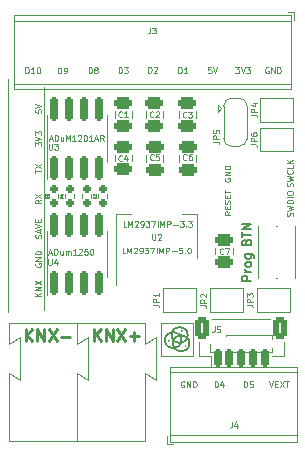
<source format=gbr>
%TF.GenerationSoftware,KiCad,Pcbnew,(7.0.0-0)*%
%TF.CreationDate,2023-02-19T11:21:29+01:00*%
%TF.ProjectId,KNeoPiX_v1.3,4b4e656f-5069-4585-9f76-312e332e6b69,rev?*%
%TF.SameCoordinates,Original*%
%TF.FileFunction,Legend,Top*%
%TF.FilePolarity,Positive*%
%FSLAX46Y46*%
G04 Gerber Fmt 4.6, Leading zero omitted, Abs format (unit mm)*
G04 Created by KiCad (PCBNEW (7.0.0-0)) date 2023-02-19 11:21:29*
%MOMM*%
%LPD*%
G01*
G04 APERTURE LIST*
G04 Aperture macros list*
%AMRoundRect*
0 Rectangle with rounded corners*
0 $1 Rounding radius*
0 $2 $3 $4 $5 $6 $7 $8 $9 X,Y pos of 4 corners*
0 Add a 4 corners polygon primitive as box body*
4,1,4,$2,$3,$4,$5,$6,$7,$8,$9,$2,$3,0*
0 Add four circle primitives for the rounded corners*
1,1,$1+$1,$2,$3*
1,1,$1+$1,$4,$5*
1,1,$1+$1,$6,$7*
1,1,$1+$1,$8,$9*
0 Add four rect primitives between the rounded corners*
20,1,$1+$1,$2,$3,$4,$5,0*
20,1,$1+$1,$4,$5,$6,$7,0*
20,1,$1+$1,$6,$7,$8,$9,0*
20,1,$1+$1,$8,$9,$2,$3,0*%
%AMFreePoly0*
4,1,19,0.550000,-0.750000,0.000000,-0.750000,0.000000,-0.744911,-0.071157,-0.744911,-0.207708,-0.704816,-0.327430,-0.627875,-0.420627,-0.520320,-0.479746,-0.390866,-0.500000,-0.250000,-0.500000,0.250000,-0.479746,0.390866,-0.420627,0.520320,-0.327430,0.627875,-0.207708,0.704816,-0.071157,0.744911,0.000000,0.744911,0.000000,0.750000,0.550000,0.750000,0.550000,-0.750000,0.550000,-0.750000,
$1*%
%AMFreePoly1*
4,1,19,0.000000,0.744911,0.071157,0.744911,0.207708,0.704816,0.327430,0.627875,0.420627,0.520320,0.479746,0.390866,0.500000,0.250000,0.500000,-0.250000,0.479746,-0.390866,0.420627,-0.520320,0.327430,-0.627875,0.207708,-0.704816,0.071157,-0.744911,0.000000,-0.744911,0.000000,-0.750000,-0.550000,-0.750000,-0.550000,0.750000,0.000000,0.750000,0.000000,0.744911,0.000000,0.744911,
$1*%
G04 Aperture macros list end*
%ADD10C,0.150000*%
%ADD11C,0.100000*%
%ADD12C,0.125000*%
%ADD13C,0.062500*%
%ADD14C,0.187500*%
%ADD15C,0.250000*%
%ADD16C,0.120000*%
%ADD17C,0.050000*%
%ADD18RoundRect,0.250000X-0.475000X0.250000X-0.475000X-0.250000X0.475000X-0.250000X0.475000X0.250000X0*%
%ADD19RoundRect,0.150000X-0.150000X-0.625000X0.150000X-0.625000X0.150000X0.625000X-0.150000X0.625000X0*%
%ADD20RoundRect,0.250000X-0.350000X-0.650000X0.350000X-0.650000X0.350000X0.650000X-0.350000X0.650000X0*%
%ADD21R,1.500000X2.000000*%
%ADD22R,3.800000X2.000000*%
%ADD23RoundRect,0.160000X-0.160000X0.197500X-0.160000X-0.197500X0.160000X-0.197500X0.160000X0.197500X0*%
%ADD24R,1.000000X1.500000*%
%ADD25RoundRect,0.160000X0.160000X-0.197500X0.160000X0.197500X-0.160000X0.197500X-0.160000X-0.197500X0*%
%ADD26RoundRect,0.250000X0.475000X-0.250000X0.475000X0.250000X-0.475000X0.250000X-0.475000X-0.250000X0*%
%ADD27C,1.875000*%
%ADD28R,0.850000X0.850000*%
%ADD29O,0.850000X0.850000*%
%ADD30R,2.200000X2.200000*%
%ADD31C,2.200000*%
%ADD32R,1.700000X1.700000*%
%ADD33O,1.700000X1.700000*%
%ADD34RoundRect,0.150000X0.150000X-0.825000X0.150000X0.825000X-0.150000X0.825000X-0.150000X-0.825000X0*%
%ADD35R,1.000000X0.900000*%
%ADD36C,2.500000*%
%ADD37FreePoly0,270.000000*%
%ADD38R,1.500000X1.000000*%
%ADD39FreePoly1,270.000000*%
G04 APERTURE END LIST*
D10*
X127218966Y-122420000D02*
G75*
G03*
X127218966Y-122420000I-691466J0D01*
G01*
X126543966Y-122145000D02*
G75*
G03*
X126543966Y-122145000I-691466J0D01*
G01*
X126902500Y-122620000D02*
G75*
G03*
X126902500Y-122620000I-25000J0D01*
G01*
D11*
X124847500Y-120730000D02*
X127512500Y-120730000D01*
X127512500Y-120730000D02*
X127512500Y-123505000D01*
X127512500Y-123505000D02*
X124847500Y-123505000D01*
X124847500Y-123505000D02*
X124847500Y-120730000D01*
D10*
X125477500Y-122195000D02*
G75*
G03*
X125477500Y-122195000I-25000J0D01*
G01*
X126577500Y-121345000D02*
G75*
G03*
X126577500Y-121345000I-25000J0D01*
G01*
X127093966Y-121720000D02*
G75*
G03*
X127093966Y-121720000I-691466J0D01*
G01*
D11*
%TO.C,C2*%
X124186666Y-103229821D02*
X124162857Y-103253630D01*
X124162857Y-103253630D02*
X124091428Y-103277440D01*
X124091428Y-103277440D02*
X124043809Y-103277440D01*
X124043809Y-103277440D02*
X123972381Y-103253630D01*
X123972381Y-103253630D02*
X123924762Y-103206011D01*
X123924762Y-103206011D02*
X123900952Y-103158392D01*
X123900952Y-103158392D02*
X123877143Y-103063154D01*
X123877143Y-103063154D02*
X123877143Y-102991726D01*
X123877143Y-102991726D02*
X123900952Y-102896488D01*
X123900952Y-102896488D02*
X123924762Y-102848869D01*
X123924762Y-102848869D02*
X123972381Y-102801250D01*
X123972381Y-102801250D02*
X124043809Y-102777440D01*
X124043809Y-102777440D02*
X124091428Y-102777440D01*
X124091428Y-102777440D02*
X124162857Y-102801250D01*
X124162857Y-102801250D02*
X124186666Y-102825059D01*
X124377143Y-102825059D02*
X124400952Y-102801250D01*
X124400952Y-102801250D02*
X124448571Y-102777440D01*
X124448571Y-102777440D02*
X124567619Y-102777440D01*
X124567619Y-102777440D02*
X124615238Y-102801250D01*
X124615238Y-102801250D02*
X124639047Y-102825059D01*
X124639047Y-102825059D02*
X124662857Y-102872678D01*
X124662857Y-102872678D02*
X124662857Y-102920297D01*
X124662857Y-102920297D02*
X124639047Y-102991726D01*
X124639047Y-102991726D02*
X124353333Y-103277440D01*
X124353333Y-103277440D02*
X124662857Y-103277440D01*
D12*
%TO.C,J5*%
X129358333Y-120983690D02*
X129358333Y-121340833D01*
X129358333Y-121340833D02*
X129334524Y-121412261D01*
X129334524Y-121412261D02*
X129286905Y-121459880D01*
X129286905Y-121459880D02*
X129215476Y-121483690D01*
X129215476Y-121483690D02*
X129167857Y-121483690D01*
X129834523Y-120983690D02*
X129596428Y-120983690D01*
X129596428Y-120983690D02*
X129572619Y-121221785D01*
X129572619Y-121221785D02*
X129596428Y-121197976D01*
X129596428Y-121197976D02*
X129644047Y-121174166D01*
X129644047Y-121174166D02*
X129763095Y-121174166D01*
X129763095Y-121174166D02*
X129810714Y-121197976D01*
X129810714Y-121197976D02*
X129834523Y-121221785D01*
X129834523Y-121221785D02*
X129858333Y-121269404D01*
X129858333Y-121269404D02*
X129858333Y-121388452D01*
X129858333Y-121388452D02*
X129834523Y-121436071D01*
X129834523Y-121436071D02*
X129810714Y-121459880D01*
X129810714Y-121459880D02*
X129763095Y-121483690D01*
X129763095Y-121483690D02*
X129644047Y-121483690D01*
X129644047Y-121483690D02*
X129596428Y-121459880D01*
X129596428Y-121459880D02*
X129572619Y-121436071D01*
%TO.C,U2*%
X124069047Y-113158690D02*
X124069047Y-113563452D01*
X124069047Y-113563452D02*
X124092857Y-113611071D01*
X124092857Y-113611071D02*
X124116666Y-113634880D01*
X124116666Y-113634880D02*
X124164285Y-113658690D01*
X124164285Y-113658690D02*
X124259523Y-113658690D01*
X124259523Y-113658690D02*
X124307142Y-113634880D01*
X124307142Y-113634880D02*
X124330952Y-113611071D01*
X124330952Y-113611071D02*
X124354761Y-113563452D01*
X124354761Y-113563452D02*
X124354761Y-113158690D01*
X124569048Y-113206309D02*
X124592857Y-113182500D01*
X124592857Y-113182500D02*
X124640476Y-113158690D01*
X124640476Y-113158690D02*
X124759524Y-113158690D01*
X124759524Y-113158690D02*
X124807143Y-113182500D01*
X124807143Y-113182500D02*
X124830952Y-113206309D01*
X124830952Y-113206309D02*
X124854762Y-113253928D01*
X124854762Y-113253928D02*
X124854762Y-113301547D01*
X124854762Y-113301547D02*
X124830952Y-113372976D01*
X124830952Y-113372976D02*
X124545238Y-113658690D01*
X124545238Y-113658690D02*
X124854762Y-113658690D01*
X121807143Y-114808690D02*
X121569048Y-114808690D01*
X121569048Y-114808690D02*
X121569048Y-114308690D01*
X121973810Y-114808690D02*
X121973810Y-114308690D01*
X121973810Y-114308690D02*
X122140477Y-114665833D01*
X122140477Y-114665833D02*
X122307143Y-114308690D01*
X122307143Y-114308690D02*
X122307143Y-114808690D01*
X122521430Y-114356309D02*
X122545239Y-114332500D01*
X122545239Y-114332500D02*
X122592858Y-114308690D01*
X122592858Y-114308690D02*
X122711906Y-114308690D01*
X122711906Y-114308690D02*
X122759525Y-114332500D01*
X122759525Y-114332500D02*
X122783334Y-114356309D01*
X122783334Y-114356309D02*
X122807144Y-114403928D01*
X122807144Y-114403928D02*
X122807144Y-114451547D01*
X122807144Y-114451547D02*
X122783334Y-114522976D01*
X122783334Y-114522976D02*
X122497620Y-114808690D01*
X122497620Y-114808690D02*
X122807144Y-114808690D01*
X123045239Y-114808690D02*
X123140477Y-114808690D01*
X123140477Y-114808690D02*
X123188096Y-114784880D01*
X123188096Y-114784880D02*
X123211905Y-114761071D01*
X123211905Y-114761071D02*
X123259524Y-114689642D01*
X123259524Y-114689642D02*
X123283334Y-114594404D01*
X123283334Y-114594404D02*
X123283334Y-114403928D01*
X123283334Y-114403928D02*
X123259524Y-114356309D01*
X123259524Y-114356309D02*
X123235715Y-114332500D01*
X123235715Y-114332500D02*
X123188096Y-114308690D01*
X123188096Y-114308690D02*
X123092858Y-114308690D01*
X123092858Y-114308690D02*
X123045239Y-114332500D01*
X123045239Y-114332500D02*
X123021429Y-114356309D01*
X123021429Y-114356309D02*
X122997620Y-114403928D01*
X122997620Y-114403928D02*
X122997620Y-114522976D01*
X122997620Y-114522976D02*
X123021429Y-114570595D01*
X123021429Y-114570595D02*
X123045239Y-114594404D01*
X123045239Y-114594404D02*
X123092858Y-114618214D01*
X123092858Y-114618214D02*
X123188096Y-114618214D01*
X123188096Y-114618214D02*
X123235715Y-114594404D01*
X123235715Y-114594404D02*
X123259524Y-114570595D01*
X123259524Y-114570595D02*
X123283334Y-114522976D01*
X123450000Y-114308690D02*
X123759524Y-114308690D01*
X123759524Y-114308690D02*
X123592857Y-114499166D01*
X123592857Y-114499166D02*
X123664286Y-114499166D01*
X123664286Y-114499166D02*
X123711905Y-114522976D01*
X123711905Y-114522976D02*
X123735714Y-114546785D01*
X123735714Y-114546785D02*
X123759524Y-114594404D01*
X123759524Y-114594404D02*
X123759524Y-114713452D01*
X123759524Y-114713452D02*
X123735714Y-114761071D01*
X123735714Y-114761071D02*
X123711905Y-114784880D01*
X123711905Y-114784880D02*
X123664286Y-114808690D01*
X123664286Y-114808690D02*
X123521429Y-114808690D01*
X123521429Y-114808690D02*
X123473810Y-114784880D01*
X123473810Y-114784880D02*
X123450000Y-114761071D01*
X123926190Y-114308690D02*
X124259523Y-114308690D01*
X124259523Y-114308690D02*
X124045238Y-114808690D01*
X124449999Y-114808690D02*
X124449999Y-114308690D01*
X124688094Y-114808690D02*
X124688094Y-114308690D01*
X124688094Y-114308690D02*
X124854761Y-114665833D01*
X124854761Y-114665833D02*
X125021427Y-114308690D01*
X125021427Y-114308690D02*
X125021427Y-114808690D01*
X125259523Y-114808690D02*
X125259523Y-114308690D01*
X125259523Y-114308690D02*
X125449999Y-114308690D01*
X125449999Y-114308690D02*
X125497618Y-114332500D01*
X125497618Y-114332500D02*
X125521428Y-114356309D01*
X125521428Y-114356309D02*
X125545237Y-114403928D01*
X125545237Y-114403928D02*
X125545237Y-114475357D01*
X125545237Y-114475357D02*
X125521428Y-114522976D01*
X125521428Y-114522976D02*
X125497618Y-114546785D01*
X125497618Y-114546785D02*
X125449999Y-114570595D01*
X125449999Y-114570595D02*
X125259523Y-114570595D01*
X125759523Y-114618214D02*
X126140476Y-114618214D01*
X126616666Y-114308690D02*
X126378571Y-114308690D01*
X126378571Y-114308690D02*
X126354762Y-114546785D01*
X126354762Y-114546785D02*
X126378571Y-114522976D01*
X126378571Y-114522976D02*
X126426190Y-114499166D01*
X126426190Y-114499166D02*
X126545238Y-114499166D01*
X126545238Y-114499166D02*
X126592857Y-114522976D01*
X126592857Y-114522976D02*
X126616666Y-114546785D01*
X126616666Y-114546785D02*
X126640476Y-114594404D01*
X126640476Y-114594404D02*
X126640476Y-114713452D01*
X126640476Y-114713452D02*
X126616666Y-114761071D01*
X126616666Y-114761071D02*
X126592857Y-114784880D01*
X126592857Y-114784880D02*
X126545238Y-114808690D01*
X126545238Y-114808690D02*
X126426190Y-114808690D01*
X126426190Y-114808690D02*
X126378571Y-114784880D01*
X126378571Y-114784880D02*
X126354762Y-114761071D01*
X126854761Y-114761071D02*
X126878571Y-114784880D01*
X126878571Y-114784880D02*
X126854761Y-114808690D01*
X126854761Y-114808690D02*
X126830952Y-114784880D01*
X126830952Y-114784880D02*
X126854761Y-114761071D01*
X126854761Y-114761071D02*
X126854761Y-114808690D01*
X127188094Y-114308690D02*
X127235713Y-114308690D01*
X127235713Y-114308690D02*
X127283332Y-114332500D01*
X127283332Y-114332500D02*
X127307142Y-114356309D01*
X127307142Y-114356309D02*
X127330951Y-114403928D01*
X127330951Y-114403928D02*
X127354761Y-114499166D01*
X127354761Y-114499166D02*
X127354761Y-114618214D01*
X127354761Y-114618214D02*
X127330951Y-114713452D01*
X127330951Y-114713452D02*
X127307142Y-114761071D01*
X127307142Y-114761071D02*
X127283332Y-114784880D01*
X127283332Y-114784880D02*
X127235713Y-114808690D01*
X127235713Y-114808690D02*
X127188094Y-114808690D01*
X127188094Y-114808690D02*
X127140475Y-114784880D01*
X127140475Y-114784880D02*
X127116666Y-114761071D01*
X127116666Y-114761071D02*
X127092856Y-114713452D01*
X127092856Y-114713452D02*
X127069047Y-114618214D01*
X127069047Y-114618214D02*
X127069047Y-114499166D01*
X127069047Y-114499166D02*
X127092856Y-114403928D01*
X127092856Y-114403928D02*
X127116666Y-114356309D01*
X127116666Y-114356309D02*
X127140475Y-114332500D01*
X127140475Y-114332500D02*
X127188094Y-114308690D01*
X121898143Y-112558690D02*
X121660048Y-112558690D01*
X121660048Y-112558690D02*
X121660048Y-112058690D01*
X122064810Y-112558690D02*
X122064810Y-112058690D01*
X122064810Y-112058690D02*
X122231477Y-112415833D01*
X122231477Y-112415833D02*
X122398143Y-112058690D01*
X122398143Y-112058690D02*
X122398143Y-112558690D01*
X122612430Y-112106309D02*
X122636239Y-112082500D01*
X122636239Y-112082500D02*
X122683858Y-112058690D01*
X122683858Y-112058690D02*
X122802906Y-112058690D01*
X122802906Y-112058690D02*
X122850525Y-112082500D01*
X122850525Y-112082500D02*
X122874334Y-112106309D01*
X122874334Y-112106309D02*
X122898144Y-112153928D01*
X122898144Y-112153928D02*
X122898144Y-112201547D01*
X122898144Y-112201547D02*
X122874334Y-112272976D01*
X122874334Y-112272976D02*
X122588620Y-112558690D01*
X122588620Y-112558690D02*
X122898144Y-112558690D01*
X123136239Y-112558690D02*
X123231477Y-112558690D01*
X123231477Y-112558690D02*
X123279096Y-112534880D01*
X123279096Y-112534880D02*
X123302905Y-112511071D01*
X123302905Y-112511071D02*
X123350524Y-112439642D01*
X123350524Y-112439642D02*
X123374334Y-112344404D01*
X123374334Y-112344404D02*
X123374334Y-112153928D01*
X123374334Y-112153928D02*
X123350524Y-112106309D01*
X123350524Y-112106309D02*
X123326715Y-112082500D01*
X123326715Y-112082500D02*
X123279096Y-112058690D01*
X123279096Y-112058690D02*
X123183858Y-112058690D01*
X123183858Y-112058690D02*
X123136239Y-112082500D01*
X123136239Y-112082500D02*
X123112429Y-112106309D01*
X123112429Y-112106309D02*
X123088620Y-112153928D01*
X123088620Y-112153928D02*
X123088620Y-112272976D01*
X123088620Y-112272976D02*
X123112429Y-112320595D01*
X123112429Y-112320595D02*
X123136239Y-112344404D01*
X123136239Y-112344404D02*
X123183858Y-112368214D01*
X123183858Y-112368214D02*
X123279096Y-112368214D01*
X123279096Y-112368214D02*
X123326715Y-112344404D01*
X123326715Y-112344404D02*
X123350524Y-112320595D01*
X123350524Y-112320595D02*
X123374334Y-112272976D01*
X123541000Y-112058690D02*
X123850524Y-112058690D01*
X123850524Y-112058690D02*
X123683857Y-112249166D01*
X123683857Y-112249166D02*
X123755286Y-112249166D01*
X123755286Y-112249166D02*
X123802905Y-112272976D01*
X123802905Y-112272976D02*
X123826714Y-112296785D01*
X123826714Y-112296785D02*
X123850524Y-112344404D01*
X123850524Y-112344404D02*
X123850524Y-112463452D01*
X123850524Y-112463452D02*
X123826714Y-112511071D01*
X123826714Y-112511071D02*
X123802905Y-112534880D01*
X123802905Y-112534880D02*
X123755286Y-112558690D01*
X123755286Y-112558690D02*
X123612429Y-112558690D01*
X123612429Y-112558690D02*
X123564810Y-112534880D01*
X123564810Y-112534880D02*
X123541000Y-112511071D01*
X124017190Y-112058690D02*
X124350523Y-112058690D01*
X124350523Y-112058690D02*
X124136238Y-112558690D01*
X124540999Y-112558690D02*
X124540999Y-112058690D01*
X124779094Y-112558690D02*
X124779094Y-112058690D01*
X124779094Y-112058690D02*
X124945761Y-112415833D01*
X124945761Y-112415833D02*
X125112427Y-112058690D01*
X125112427Y-112058690D02*
X125112427Y-112558690D01*
X125350523Y-112558690D02*
X125350523Y-112058690D01*
X125350523Y-112058690D02*
X125540999Y-112058690D01*
X125540999Y-112058690D02*
X125588618Y-112082500D01*
X125588618Y-112082500D02*
X125612428Y-112106309D01*
X125612428Y-112106309D02*
X125636237Y-112153928D01*
X125636237Y-112153928D02*
X125636237Y-112225357D01*
X125636237Y-112225357D02*
X125612428Y-112272976D01*
X125612428Y-112272976D02*
X125588618Y-112296785D01*
X125588618Y-112296785D02*
X125540999Y-112320595D01*
X125540999Y-112320595D02*
X125350523Y-112320595D01*
X125850523Y-112368214D02*
X126231476Y-112368214D01*
X126421952Y-112058690D02*
X126731476Y-112058690D01*
X126731476Y-112058690D02*
X126564809Y-112249166D01*
X126564809Y-112249166D02*
X126636238Y-112249166D01*
X126636238Y-112249166D02*
X126683857Y-112272976D01*
X126683857Y-112272976D02*
X126707666Y-112296785D01*
X126707666Y-112296785D02*
X126731476Y-112344404D01*
X126731476Y-112344404D02*
X126731476Y-112463452D01*
X126731476Y-112463452D02*
X126707666Y-112511071D01*
X126707666Y-112511071D02*
X126683857Y-112534880D01*
X126683857Y-112534880D02*
X126636238Y-112558690D01*
X126636238Y-112558690D02*
X126493381Y-112558690D01*
X126493381Y-112558690D02*
X126445762Y-112534880D01*
X126445762Y-112534880D02*
X126421952Y-112511071D01*
X126945761Y-112511071D02*
X126969571Y-112534880D01*
X126969571Y-112534880D02*
X126945761Y-112558690D01*
X126945761Y-112558690D02*
X126921952Y-112534880D01*
X126921952Y-112534880D02*
X126945761Y-112511071D01*
X126945761Y-112511071D02*
X126945761Y-112558690D01*
X127136237Y-112058690D02*
X127445761Y-112058690D01*
X127445761Y-112058690D02*
X127279094Y-112249166D01*
X127279094Y-112249166D02*
X127350523Y-112249166D01*
X127350523Y-112249166D02*
X127398142Y-112272976D01*
X127398142Y-112272976D02*
X127421951Y-112296785D01*
X127421951Y-112296785D02*
X127445761Y-112344404D01*
X127445761Y-112344404D02*
X127445761Y-112463452D01*
X127445761Y-112463452D02*
X127421951Y-112511071D01*
X127421951Y-112511071D02*
X127398142Y-112534880D01*
X127398142Y-112534880D02*
X127350523Y-112558690D01*
X127350523Y-112558690D02*
X127207666Y-112558690D01*
X127207666Y-112558690D02*
X127160047Y-112534880D01*
X127160047Y-112534880D02*
X127136237Y-112511071D01*
D11*
%TO.C,C1*%
X121531666Y-103229821D02*
X121507857Y-103253630D01*
X121507857Y-103253630D02*
X121436428Y-103277440D01*
X121436428Y-103277440D02*
X121388809Y-103277440D01*
X121388809Y-103277440D02*
X121317381Y-103253630D01*
X121317381Y-103253630D02*
X121269762Y-103206011D01*
X121269762Y-103206011D02*
X121245952Y-103158392D01*
X121245952Y-103158392D02*
X121222143Y-103063154D01*
X121222143Y-103063154D02*
X121222143Y-102991726D01*
X121222143Y-102991726D02*
X121245952Y-102896488D01*
X121245952Y-102896488D02*
X121269762Y-102848869D01*
X121269762Y-102848869D02*
X121317381Y-102801250D01*
X121317381Y-102801250D02*
X121388809Y-102777440D01*
X121388809Y-102777440D02*
X121436428Y-102777440D01*
X121436428Y-102777440D02*
X121507857Y-102801250D01*
X121507857Y-102801250D02*
X121531666Y-102825059D01*
X122007857Y-103277440D02*
X121722143Y-103277440D01*
X121865000Y-103277440D02*
X121865000Y-102777440D01*
X121865000Y-102777440D02*
X121817381Y-102848869D01*
X121817381Y-102848869D02*
X121769762Y-102896488D01*
X121769762Y-102896488D02*
X121722143Y-102920297D01*
D13*
%TO.C,R4*%
X116546845Y-110001666D02*
X116427797Y-110084999D01*
X116546845Y-110144523D02*
X116296845Y-110144523D01*
X116296845Y-110144523D02*
X116296845Y-110049285D01*
X116296845Y-110049285D02*
X116308750Y-110025475D01*
X116308750Y-110025475D02*
X116320654Y-110013570D01*
X116320654Y-110013570D02*
X116344464Y-110001666D01*
X116344464Y-110001666D02*
X116380178Y-110001666D01*
X116380178Y-110001666D02*
X116403988Y-110013570D01*
X116403988Y-110013570D02*
X116415892Y-110025475D01*
X116415892Y-110025475D02*
X116427797Y-110049285D01*
X116427797Y-110049285D02*
X116427797Y-110144523D01*
X116380178Y-109787380D02*
X116546845Y-109787380D01*
X116284940Y-109846904D02*
X116463511Y-109906427D01*
X116463511Y-109906427D02*
X116463511Y-109751666D01*
D12*
%TO.C,JP3*%
X132083690Y-119191666D02*
X132440833Y-119191666D01*
X132440833Y-119191666D02*
X132512261Y-119215475D01*
X132512261Y-119215475D02*
X132559880Y-119263094D01*
X132559880Y-119263094D02*
X132583690Y-119334523D01*
X132583690Y-119334523D02*
X132583690Y-119382142D01*
X132583690Y-118953571D02*
X132083690Y-118953571D01*
X132083690Y-118953571D02*
X132083690Y-118763095D01*
X132083690Y-118763095D02*
X132107500Y-118715476D01*
X132107500Y-118715476D02*
X132131309Y-118691666D01*
X132131309Y-118691666D02*
X132178928Y-118667857D01*
X132178928Y-118667857D02*
X132250357Y-118667857D01*
X132250357Y-118667857D02*
X132297976Y-118691666D01*
X132297976Y-118691666D02*
X132321785Y-118715476D01*
X132321785Y-118715476D02*
X132345595Y-118763095D01*
X132345595Y-118763095D02*
X132345595Y-118953571D01*
X132083690Y-118501190D02*
X132083690Y-118191666D01*
X132083690Y-118191666D02*
X132274166Y-118358333D01*
X132274166Y-118358333D02*
X132274166Y-118286904D01*
X132274166Y-118286904D02*
X132297976Y-118239285D01*
X132297976Y-118239285D02*
X132321785Y-118215476D01*
X132321785Y-118215476D02*
X132369404Y-118191666D01*
X132369404Y-118191666D02*
X132488452Y-118191666D01*
X132488452Y-118191666D02*
X132536071Y-118215476D01*
X132536071Y-118215476D02*
X132559880Y-118239285D01*
X132559880Y-118239285D02*
X132583690Y-118286904D01*
X132583690Y-118286904D02*
X132583690Y-118429761D01*
X132583690Y-118429761D02*
X132559880Y-118477380D01*
X132559880Y-118477380D02*
X132536071Y-118501190D01*
D13*
%TO.C,R3*%
X115226845Y-109991666D02*
X115107797Y-110074999D01*
X115226845Y-110134523D02*
X114976845Y-110134523D01*
X114976845Y-110134523D02*
X114976845Y-110039285D01*
X114976845Y-110039285D02*
X114988750Y-110015475D01*
X114988750Y-110015475D02*
X115000654Y-110003570D01*
X115000654Y-110003570D02*
X115024464Y-109991666D01*
X115024464Y-109991666D02*
X115060178Y-109991666D01*
X115060178Y-109991666D02*
X115083988Y-110003570D01*
X115083988Y-110003570D02*
X115095892Y-110015475D01*
X115095892Y-110015475D02*
X115107797Y-110039285D01*
X115107797Y-110039285D02*
X115107797Y-110134523D01*
X114976845Y-109908332D02*
X114976845Y-109753570D01*
X114976845Y-109753570D02*
X115072083Y-109836904D01*
X115072083Y-109836904D02*
X115072083Y-109801189D01*
X115072083Y-109801189D02*
X115083988Y-109777380D01*
X115083988Y-109777380D02*
X115095892Y-109765475D01*
X115095892Y-109765475D02*
X115119702Y-109753570D01*
X115119702Y-109753570D02*
X115179226Y-109753570D01*
X115179226Y-109753570D02*
X115203035Y-109765475D01*
X115203035Y-109765475D02*
X115214940Y-109777380D01*
X115214940Y-109777380D02*
X115226845Y-109801189D01*
X115226845Y-109801189D02*
X115226845Y-109872618D01*
X115226845Y-109872618D02*
X115214940Y-109896427D01*
X115214940Y-109896427D02*
X115203035Y-109908332D01*
D12*
%TO.C,C4*%
X121536666Y-106957321D02*
X121512857Y-106981130D01*
X121512857Y-106981130D02*
X121441428Y-107004940D01*
X121441428Y-107004940D02*
X121393809Y-107004940D01*
X121393809Y-107004940D02*
X121322381Y-106981130D01*
X121322381Y-106981130D02*
X121274762Y-106933511D01*
X121274762Y-106933511D02*
X121250952Y-106885892D01*
X121250952Y-106885892D02*
X121227143Y-106790654D01*
X121227143Y-106790654D02*
X121227143Y-106719226D01*
X121227143Y-106719226D02*
X121250952Y-106623988D01*
X121250952Y-106623988D02*
X121274762Y-106576369D01*
X121274762Y-106576369D02*
X121322381Y-106528750D01*
X121322381Y-106528750D02*
X121393809Y-106504940D01*
X121393809Y-106504940D02*
X121441428Y-106504940D01*
X121441428Y-106504940D02*
X121512857Y-106528750D01*
X121512857Y-106528750D02*
X121536666Y-106552559D01*
X121965238Y-106671607D02*
X121965238Y-107004940D01*
X121846190Y-106481130D02*
X121727143Y-106838273D01*
X121727143Y-106838273D02*
X122036666Y-106838273D01*
%TO.C,JP4*%
X132458690Y-103066666D02*
X132815833Y-103066666D01*
X132815833Y-103066666D02*
X132887261Y-103090475D01*
X132887261Y-103090475D02*
X132934880Y-103138094D01*
X132934880Y-103138094D02*
X132958690Y-103209523D01*
X132958690Y-103209523D02*
X132958690Y-103257142D01*
X132958690Y-102828571D02*
X132458690Y-102828571D01*
X132458690Y-102828571D02*
X132458690Y-102638095D01*
X132458690Y-102638095D02*
X132482500Y-102590476D01*
X132482500Y-102590476D02*
X132506309Y-102566666D01*
X132506309Y-102566666D02*
X132553928Y-102542857D01*
X132553928Y-102542857D02*
X132625357Y-102542857D01*
X132625357Y-102542857D02*
X132672976Y-102566666D01*
X132672976Y-102566666D02*
X132696785Y-102590476D01*
X132696785Y-102590476D02*
X132720595Y-102638095D01*
X132720595Y-102638095D02*
X132720595Y-102828571D01*
X132625357Y-102114285D02*
X132958690Y-102114285D01*
X132434880Y-102233333D02*
X132792023Y-102352380D01*
X132792023Y-102352380D02*
X132792023Y-102042857D01*
%TO.C,C3*%
X126976666Y-103261071D02*
X126952857Y-103284880D01*
X126952857Y-103284880D02*
X126881428Y-103308690D01*
X126881428Y-103308690D02*
X126833809Y-103308690D01*
X126833809Y-103308690D02*
X126762381Y-103284880D01*
X126762381Y-103284880D02*
X126714762Y-103237261D01*
X126714762Y-103237261D02*
X126690952Y-103189642D01*
X126690952Y-103189642D02*
X126667143Y-103094404D01*
X126667143Y-103094404D02*
X126667143Y-103022976D01*
X126667143Y-103022976D02*
X126690952Y-102927738D01*
X126690952Y-102927738D02*
X126714762Y-102880119D01*
X126714762Y-102880119D02*
X126762381Y-102832500D01*
X126762381Y-102832500D02*
X126833809Y-102808690D01*
X126833809Y-102808690D02*
X126881428Y-102808690D01*
X126881428Y-102808690D02*
X126952857Y-102832500D01*
X126952857Y-102832500D02*
X126976666Y-102856309D01*
X127143333Y-102808690D02*
X127452857Y-102808690D01*
X127452857Y-102808690D02*
X127286190Y-102999166D01*
X127286190Y-102999166D02*
X127357619Y-102999166D01*
X127357619Y-102999166D02*
X127405238Y-103022976D01*
X127405238Y-103022976D02*
X127429047Y-103046785D01*
X127429047Y-103046785D02*
X127452857Y-103094404D01*
X127452857Y-103094404D02*
X127452857Y-103213452D01*
X127452857Y-103213452D02*
X127429047Y-103261071D01*
X127429047Y-103261071D02*
X127405238Y-103284880D01*
X127405238Y-103284880D02*
X127357619Y-103308690D01*
X127357619Y-103308690D02*
X127214762Y-103308690D01*
X127214762Y-103308690D02*
X127167143Y-103284880D01*
X127167143Y-103284880D02*
X127143333Y-103261071D01*
D11*
%TO.C,C6*%
X126991666Y-106841071D02*
X126967857Y-106864880D01*
X126967857Y-106864880D02*
X126896428Y-106888690D01*
X126896428Y-106888690D02*
X126848809Y-106888690D01*
X126848809Y-106888690D02*
X126777381Y-106864880D01*
X126777381Y-106864880D02*
X126729762Y-106817261D01*
X126729762Y-106817261D02*
X126705952Y-106769642D01*
X126705952Y-106769642D02*
X126682143Y-106674404D01*
X126682143Y-106674404D02*
X126682143Y-106602976D01*
X126682143Y-106602976D02*
X126705952Y-106507738D01*
X126705952Y-106507738D02*
X126729762Y-106460119D01*
X126729762Y-106460119D02*
X126777381Y-106412500D01*
X126777381Y-106412500D02*
X126848809Y-106388690D01*
X126848809Y-106388690D02*
X126896428Y-106388690D01*
X126896428Y-106388690D02*
X126967857Y-106412500D01*
X126967857Y-106412500D02*
X126991666Y-106436309D01*
X127420238Y-106388690D02*
X127325000Y-106388690D01*
X127325000Y-106388690D02*
X127277381Y-106412500D01*
X127277381Y-106412500D02*
X127253571Y-106436309D01*
X127253571Y-106436309D02*
X127205952Y-106507738D01*
X127205952Y-106507738D02*
X127182143Y-106602976D01*
X127182143Y-106602976D02*
X127182143Y-106793452D01*
X127182143Y-106793452D02*
X127205952Y-106841071D01*
X127205952Y-106841071D02*
X127229762Y-106864880D01*
X127229762Y-106864880D02*
X127277381Y-106888690D01*
X127277381Y-106888690D02*
X127372619Y-106888690D01*
X127372619Y-106888690D02*
X127420238Y-106864880D01*
X127420238Y-106864880D02*
X127444047Y-106841071D01*
X127444047Y-106841071D02*
X127467857Y-106793452D01*
X127467857Y-106793452D02*
X127467857Y-106674404D01*
X127467857Y-106674404D02*
X127444047Y-106626785D01*
X127444047Y-106626785D02*
X127420238Y-106602976D01*
X127420238Y-106602976D02*
X127372619Y-106579166D01*
X127372619Y-106579166D02*
X127277381Y-106579166D01*
X127277381Y-106579166D02*
X127229762Y-106602976D01*
X127229762Y-106602976D02*
X127205952Y-106626785D01*
X127205952Y-106626785D02*
X127182143Y-106674404D01*
D12*
%TO.C,C7*%
X130091666Y-114836071D02*
X130067857Y-114859880D01*
X130067857Y-114859880D02*
X129996428Y-114883690D01*
X129996428Y-114883690D02*
X129948809Y-114883690D01*
X129948809Y-114883690D02*
X129877381Y-114859880D01*
X129877381Y-114859880D02*
X129829762Y-114812261D01*
X129829762Y-114812261D02*
X129805952Y-114764642D01*
X129805952Y-114764642D02*
X129782143Y-114669404D01*
X129782143Y-114669404D02*
X129782143Y-114597976D01*
X129782143Y-114597976D02*
X129805952Y-114502738D01*
X129805952Y-114502738D02*
X129829762Y-114455119D01*
X129829762Y-114455119D02*
X129877381Y-114407500D01*
X129877381Y-114407500D02*
X129948809Y-114383690D01*
X129948809Y-114383690D02*
X129996428Y-114383690D01*
X129996428Y-114383690D02*
X130067857Y-114407500D01*
X130067857Y-114407500D02*
X130091666Y-114431309D01*
X130258333Y-114383690D02*
X130591666Y-114383690D01*
X130591666Y-114383690D02*
X130377381Y-114883690D01*
D13*
%TO.C,R1*%
X119291845Y-109991666D02*
X119172797Y-110074999D01*
X119291845Y-110134523D02*
X119041845Y-110134523D01*
X119041845Y-110134523D02*
X119041845Y-110039285D01*
X119041845Y-110039285D02*
X119053750Y-110015475D01*
X119053750Y-110015475D02*
X119065654Y-110003570D01*
X119065654Y-110003570D02*
X119089464Y-109991666D01*
X119089464Y-109991666D02*
X119125178Y-109991666D01*
X119125178Y-109991666D02*
X119148988Y-110003570D01*
X119148988Y-110003570D02*
X119160892Y-110015475D01*
X119160892Y-110015475D02*
X119172797Y-110039285D01*
X119172797Y-110039285D02*
X119172797Y-110134523D01*
X119291845Y-109753570D02*
X119291845Y-109896427D01*
X119291845Y-109824999D02*
X119041845Y-109824999D01*
X119041845Y-109824999D02*
X119077559Y-109848808D01*
X119077559Y-109848808D02*
X119101369Y-109872618D01*
X119101369Y-109872618D02*
X119113273Y-109896427D01*
D12*
%TO.C,J4*%
X130823333Y-129058690D02*
X130823333Y-129415833D01*
X130823333Y-129415833D02*
X130799524Y-129487261D01*
X130799524Y-129487261D02*
X130751905Y-129534880D01*
X130751905Y-129534880D02*
X130680476Y-129558690D01*
X130680476Y-129558690D02*
X130632857Y-129558690D01*
X131275714Y-129225357D02*
X131275714Y-129558690D01*
X131156666Y-129034880D02*
X131037619Y-129392023D01*
X131037619Y-129392023D02*
X131347142Y-129392023D01*
X133978572Y-125633690D02*
X134145238Y-126133690D01*
X134145238Y-126133690D02*
X134311905Y-125633690D01*
X134478571Y-125871785D02*
X134645238Y-125871785D01*
X134716666Y-126133690D02*
X134478571Y-126133690D01*
X134478571Y-126133690D02*
X134478571Y-125633690D01*
X134478571Y-125633690D02*
X134716666Y-125633690D01*
X134883333Y-125633690D02*
X135216666Y-126133690D01*
X135216666Y-125633690D02*
X134883333Y-126133690D01*
X135335714Y-125633690D02*
X135621428Y-125633690D01*
X135478571Y-126133690D02*
X135478571Y-125633690D01*
X129355952Y-126133690D02*
X129355952Y-125633690D01*
X129355952Y-125633690D02*
X129475000Y-125633690D01*
X129475000Y-125633690D02*
X129546428Y-125657500D01*
X129546428Y-125657500D02*
X129594047Y-125705119D01*
X129594047Y-125705119D02*
X129617857Y-125752738D01*
X129617857Y-125752738D02*
X129641666Y-125847976D01*
X129641666Y-125847976D02*
X129641666Y-125919404D01*
X129641666Y-125919404D02*
X129617857Y-126014642D01*
X129617857Y-126014642D02*
X129594047Y-126062261D01*
X129594047Y-126062261D02*
X129546428Y-126109880D01*
X129546428Y-126109880D02*
X129475000Y-126133690D01*
X129475000Y-126133690D02*
X129355952Y-126133690D01*
X130070238Y-125800357D02*
X130070238Y-126133690D01*
X129951190Y-125609880D02*
X129832143Y-125967023D01*
X129832143Y-125967023D02*
X130141666Y-125967023D01*
X131855952Y-126133690D02*
X131855952Y-125633690D01*
X131855952Y-125633690D02*
X131975000Y-125633690D01*
X131975000Y-125633690D02*
X132046428Y-125657500D01*
X132046428Y-125657500D02*
X132094047Y-125705119D01*
X132094047Y-125705119D02*
X132117857Y-125752738D01*
X132117857Y-125752738D02*
X132141666Y-125847976D01*
X132141666Y-125847976D02*
X132141666Y-125919404D01*
X132141666Y-125919404D02*
X132117857Y-126014642D01*
X132117857Y-126014642D02*
X132094047Y-126062261D01*
X132094047Y-126062261D02*
X132046428Y-126109880D01*
X132046428Y-126109880D02*
X131975000Y-126133690D01*
X131975000Y-126133690D02*
X131855952Y-126133690D01*
X132594047Y-125633690D02*
X132355952Y-125633690D01*
X132355952Y-125633690D02*
X132332143Y-125871785D01*
X132332143Y-125871785D02*
X132355952Y-125847976D01*
X132355952Y-125847976D02*
X132403571Y-125824166D01*
X132403571Y-125824166D02*
X132522619Y-125824166D01*
X132522619Y-125824166D02*
X132570238Y-125847976D01*
X132570238Y-125847976D02*
X132594047Y-125871785D01*
X132594047Y-125871785D02*
X132617857Y-125919404D01*
X132617857Y-125919404D02*
X132617857Y-126038452D01*
X132617857Y-126038452D02*
X132594047Y-126086071D01*
X132594047Y-126086071D02*
X132570238Y-126109880D01*
X132570238Y-126109880D02*
X132522619Y-126133690D01*
X132522619Y-126133690D02*
X132403571Y-126133690D01*
X132403571Y-126133690D02*
X132355952Y-126109880D01*
X132355952Y-126109880D02*
X132332143Y-126086071D01*
X126784047Y-125657500D02*
X126736428Y-125633690D01*
X126736428Y-125633690D02*
X126664999Y-125633690D01*
X126664999Y-125633690D02*
X126593571Y-125657500D01*
X126593571Y-125657500D02*
X126545952Y-125705119D01*
X126545952Y-125705119D02*
X126522142Y-125752738D01*
X126522142Y-125752738D02*
X126498333Y-125847976D01*
X126498333Y-125847976D02*
X126498333Y-125919404D01*
X126498333Y-125919404D02*
X126522142Y-126014642D01*
X126522142Y-126014642D02*
X126545952Y-126062261D01*
X126545952Y-126062261D02*
X126593571Y-126109880D01*
X126593571Y-126109880D02*
X126664999Y-126133690D01*
X126664999Y-126133690D02*
X126712618Y-126133690D01*
X126712618Y-126133690D02*
X126784047Y-126109880D01*
X126784047Y-126109880D02*
X126807856Y-126086071D01*
X126807856Y-126086071D02*
X126807856Y-125919404D01*
X126807856Y-125919404D02*
X126712618Y-125919404D01*
X127022142Y-126133690D02*
X127022142Y-125633690D01*
X127022142Y-125633690D02*
X127307856Y-126133690D01*
X127307856Y-126133690D02*
X127307856Y-125633690D01*
X127545952Y-126133690D02*
X127545952Y-125633690D01*
X127545952Y-125633690D02*
X127665000Y-125633690D01*
X127665000Y-125633690D02*
X127736428Y-125657500D01*
X127736428Y-125657500D02*
X127784047Y-125705119D01*
X127784047Y-125705119D02*
X127807857Y-125752738D01*
X127807857Y-125752738D02*
X127831666Y-125847976D01*
X127831666Y-125847976D02*
X127831666Y-125919404D01*
X127831666Y-125919404D02*
X127807857Y-126014642D01*
X127807857Y-126014642D02*
X127784047Y-126062261D01*
X127784047Y-126062261D02*
X127736428Y-126109880D01*
X127736428Y-126109880D02*
X127665000Y-126133690D01*
X127665000Y-126133690D02*
X127545952Y-126133690D01*
%TO.C,J3*%
X123908333Y-95687690D02*
X123908333Y-96044833D01*
X123908333Y-96044833D02*
X123884524Y-96116261D01*
X123884524Y-96116261D02*
X123836905Y-96163880D01*
X123836905Y-96163880D02*
X123765476Y-96187690D01*
X123765476Y-96187690D02*
X123717857Y-96187690D01*
X124098809Y-95687690D02*
X124408333Y-95687690D01*
X124408333Y-95687690D02*
X124241666Y-95878166D01*
X124241666Y-95878166D02*
X124313095Y-95878166D01*
X124313095Y-95878166D02*
X124360714Y-95901976D01*
X124360714Y-95901976D02*
X124384523Y-95925785D01*
X124384523Y-95925785D02*
X124408333Y-95973404D01*
X124408333Y-95973404D02*
X124408333Y-96092452D01*
X124408333Y-96092452D02*
X124384523Y-96140071D01*
X124384523Y-96140071D02*
X124360714Y-96163880D01*
X124360714Y-96163880D02*
X124313095Y-96187690D01*
X124313095Y-96187690D02*
X124170238Y-96187690D01*
X124170238Y-96187690D02*
X124122619Y-96163880D01*
X124122619Y-96163880D02*
X124098809Y-96140071D01*
X121230952Y-99537690D02*
X121230952Y-99037690D01*
X121230952Y-99037690D02*
X121350000Y-99037690D01*
X121350000Y-99037690D02*
X121421428Y-99061500D01*
X121421428Y-99061500D02*
X121469047Y-99109119D01*
X121469047Y-99109119D02*
X121492857Y-99156738D01*
X121492857Y-99156738D02*
X121516666Y-99251976D01*
X121516666Y-99251976D02*
X121516666Y-99323404D01*
X121516666Y-99323404D02*
X121492857Y-99418642D01*
X121492857Y-99418642D02*
X121469047Y-99466261D01*
X121469047Y-99466261D02*
X121421428Y-99513880D01*
X121421428Y-99513880D02*
X121350000Y-99537690D01*
X121350000Y-99537690D02*
X121230952Y-99537690D01*
X121683333Y-99037690D02*
X121992857Y-99037690D01*
X121992857Y-99037690D02*
X121826190Y-99228166D01*
X121826190Y-99228166D02*
X121897619Y-99228166D01*
X121897619Y-99228166D02*
X121945238Y-99251976D01*
X121945238Y-99251976D02*
X121969047Y-99275785D01*
X121969047Y-99275785D02*
X121992857Y-99323404D01*
X121992857Y-99323404D02*
X121992857Y-99442452D01*
X121992857Y-99442452D02*
X121969047Y-99490071D01*
X121969047Y-99490071D02*
X121945238Y-99513880D01*
X121945238Y-99513880D02*
X121897619Y-99537690D01*
X121897619Y-99537690D02*
X121754762Y-99537690D01*
X121754762Y-99537690D02*
X121707143Y-99513880D01*
X121707143Y-99513880D02*
X121683333Y-99490071D01*
X133919047Y-99061500D02*
X133871428Y-99037690D01*
X133871428Y-99037690D02*
X133799999Y-99037690D01*
X133799999Y-99037690D02*
X133728571Y-99061500D01*
X133728571Y-99061500D02*
X133680952Y-99109119D01*
X133680952Y-99109119D02*
X133657142Y-99156738D01*
X133657142Y-99156738D02*
X133633333Y-99251976D01*
X133633333Y-99251976D02*
X133633333Y-99323404D01*
X133633333Y-99323404D02*
X133657142Y-99418642D01*
X133657142Y-99418642D02*
X133680952Y-99466261D01*
X133680952Y-99466261D02*
X133728571Y-99513880D01*
X133728571Y-99513880D02*
X133799999Y-99537690D01*
X133799999Y-99537690D02*
X133847618Y-99537690D01*
X133847618Y-99537690D02*
X133919047Y-99513880D01*
X133919047Y-99513880D02*
X133942856Y-99490071D01*
X133942856Y-99490071D02*
X133942856Y-99323404D01*
X133942856Y-99323404D02*
X133847618Y-99323404D01*
X134157142Y-99537690D02*
X134157142Y-99037690D01*
X134157142Y-99037690D02*
X134442856Y-99537690D01*
X134442856Y-99537690D02*
X134442856Y-99037690D01*
X134680952Y-99537690D02*
X134680952Y-99037690D01*
X134680952Y-99037690D02*
X134800000Y-99037690D01*
X134800000Y-99037690D02*
X134871428Y-99061500D01*
X134871428Y-99061500D02*
X134919047Y-99109119D01*
X134919047Y-99109119D02*
X134942857Y-99156738D01*
X134942857Y-99156738D02*
X134966666Y-99251976D01*
X134966666Y-99251976D02*
X134966666Y-99323404D01*
X134966666Y-99323404D02*
X134942857Y-99418642D01*
X134942857Y-99418642D02*
X134919047Y-99466261D01*
X134919047Y-99466261D02*
X134871428Y-99513880D01*
X134871428Y-99513880D02*
X134800000Y-99537690D01*
X134800000Y-99537690D02*
X134680952Y-99537690D01*
X131130953Y-99037690D02*
X131440477Y-99037690D01*
X131440477Y-99037690D02*
X131273810Y-99228166D01*
X131273810Y-99228166D02*
X131345239Y-99228166D01*
X131345239Y-99228166D02*
X131392858Y-99251976D01*
X131392858Y-99251976D02*
X131416667Y-99275785D01*
X131416667Y-99275785D02*
X131440477Y-99323404D01*
X131440477Y-99323404D02*
X131440477Y-99442452D01*
X131440477Y-99442452D02*
X131416667Y-99490071D01*
X131416667Y-99490071D02*
X131392858Y-99513880D01*
X131392858Y-99513880D02*
X131345239Y-99537690D01*
X131345239Y-99537690D02*
X131202382Y-99537690D01*
X131202382Y-99537690D02*
X131154763Y-99513880D01*
X131154763Y-99513880D02*
X131130953Y-99490071D01*
X131583334Y-99037690D02*
X131750000Y-99537690D01*
X131750000Y-99537690D02*
X131916667Y-99037690D01*
X132035714Y-99037690D02*
X132345238Y-99037690D01*
X132345238Y-99037690D02*
X132178571Y-99228166D01*
X132178571Y-99228166D02*
X132250000Y-99228166D01*
X132250000Y-99228166D02*
X132297619Y-99251976D01*
X132297619Y-99251976D02*
X132321428Y-99275785D01*
X132321428Y-99275785D02*
X132345238Y-99323404D01*
X132345238Y-99323404D02*
X132345238Y-99442452D01*
X132345238Y-99442452D02*
X132321428Y-99490071D01*
X132321428Y-99490071D02*
X132297619Y-99513880D01*
X132297619Y-99513880D02*
X132250000Y-99537690D01*
X132250000Y-99537690D02*
X132107143Y-99537690D01*
X132107143Y-99537690D02*
X132059524Y-99513880D01*
X132059524Y-99513880D02*
X132035714Y-99490071D01*
X123755952Y-99512690D02*
X123755952Y-99012690D01*
X123755952Y-99012690D02*
X123875000Y-99012690D01*
X123875000Y-99012690D02*
X123946428Y-99036500D01*
X123946428Y-99036500D02*
X123994047Y-99084119D01*
X123994047Y-99084119D02*
X124017857Y-99131738D01*
X124017857Y-99131738D02*
X124041666Y-99226976D01*
X124041666Y-99226976D02*
X124041666Y-99298404D01*
X124041666Y-99298404D02*
X124017857Y-99393642D01*
X124017857Y-99393642D02*
X123994047Y-99441261D01*
X123994047Y-99441261D02*
X123946428Y-99488880D01*
X123946428Y-99488880D02*
X123875000Y-99512690D01*
X123875000Y-99512690D02*
X123755952Y-99512690D01*
X124232143Y-99060309D02*
X124255952Y-99036500D01*
X124255952Y-99036500D02*
X124303571Y-99012690D01*
X124303571Y-99012690D02*
X124422619Y-99012690D01*
X124422619Y-99012690D02*
X124470238Y-99036500D01*
X124470238Y-99036500D02*
X124494047Y-99060309D01*
X124494047Y-99060309D02*
X124517857Y-99107928D01*
X124517857Y-99107928D02*
X124517857Y-99155547D01*
X124517857Y-99155547D02*
X124494047Y-99226976D01*
X124494047Y-99226976D02*
X124208333Y-99512690D01*
X124208333Y-99512690D02*
X124517857Y-99512690D01*
X129079762Y-99037690D02*
X128841667Y-99037690D01*
X128841667Y-99037690D02*
X128817858Y-99275785D01*
X128817858Y-99275785D02*
X128841667Y-99251976D01*
X128841667Y-99251976D02*
X128889286Y-99228166D01*
X128889286Y-99228166D02*
X129008334Y-99228166D01*
X129008334Y-99228166D02*
X129055953Y-99251976D01*
X129055953Y-99251976D02*
X129079762Y-99275785D01*
X129079762Y-99275785D02*
X129103572Y-99323404D01*
X129103572Y-99323404D02*
X129103572Y-99442452D01*
X129103572Y-99442452D02*
X129079762Y-99490071D01*
X129079762Y-99490071D02*
X129055953Y-99513880D01*
X129055953Y-99513880D02*
X129008334Y-99537690D01*
X129008334Y-99537690D02*
X128889286Y-99537690D01*
X128889286Y-99537690D02*
X128841667Y-99513880D01*
X128841667Y-99513880D02*
X128817858Y-99490071D01*
X129246429Y-99037690D02*
X129413095Y-99537690D01*
X129413095Y-99537690D02*
X129579762Y-99037690D01*
X126300952Y-99537690D02*
X126300952Y-99037690D01*
X126300952Y-99037690D02*
X126420000Y-99037690D01*
X126420000Y-99037690D02*
X126491428Y-99061500D01*
X126491428Y-99061500D02*
X126539047Y-99109119D01*
X126539047Y-99109119D02*
X126562857Y-99156738D01*
X126562857Y-99156738D02*
X126586666Y-99251976D01*
X126586666Y-99251976D02*
X126586666Y-99323404D01*
X126586666Y-99323404D02*
X126562857Y-99418642D01*
X126562857Y-99418642D02*
X126539047Y-99466261D01*
X126539047Y-99466261D02*
X126491428Y-99513880D01*
X126491428Y-99513880D02*
X126420000Y-99537690D01*
X126420000Y-99537690D02*
X126300952Y-99537690D01*
X127062857Y-99537690D02*
X126777143Y-99537690D01*
X126920000Y-99537690D02*
X126920000Y-99037690D01*
X126920000Y-99037690D02*
X126872381Y-99109119D01*
X126872381Y-99109119D02*
X126824762Y-99156738D01*
X126824762Y-99156738D02*
X126777143Y-99180547D01*
X113352857Y-99537690D02*
X113352857Y-99037690D01*
X113352857Y-99037690D02*
X113471905Y-99037690D01*
X113471905Y-99037690D02*
X113543333Y-99061500D01*
X113543333Y-99061500D02*
X113590952Y-99109119D01*
X113590952Y-99109119D02*
X113614762Y-99156738D01*
X113614762Y-99156738D02*
X113638571Y-99251976D01*
X113638571Y-99251976D02*
X113638571Y-99323404D01*
X113638571Y-99323404D02*
X113614762Y-99418642D01*
X113614762Y-99418642D02*
X113590952Y-99466261D01*
X113590952Y-99466261D02*
X113543333Y-99513880D01*
X113543333Y-99513880D02*
X113471905Y-99537690D01*
X113471905Y-99537690D02*
X113352857Y-99537690D01*
X114114762Y-99537690D02*
X113829048Y-99537690D01*
X113971905Y-99537690D02*
X113971905Y-99037690D01*
X113971905Y-99037690D02*
X113924286Y-99109119D01*
X113924286Y-99109119D02*
X113876667Y-99156738D01*
X113876667Y-99156738D02*
X113829048Y-99180547D01*
X114424285Y-99037690D02*
X114471904Y-99037690D01*
X114471904Y-99037690D02*
X114519523Y-99061500D01*
X114519523Y-99061500D02*
X114543333Y-99085309D01*
X114543333Y-99085309D02*
X114567142Y-99132928D01*
X114567142Y-99132928D02*
X114590952Y-99228166D01*
X114590952Y-99228166D02*
X114590952Y-99347214D01*
X114590952Y-99347214D02*
X114567142Y-99442452D01*
X114567142Y-99442452D02*
X114543333Y-99490071D01*
X114543333Y-99490071D02*
X114519523Y-99513880D01*
X114519523Y-99513880D02*
X114471904Y-99537690D01*
X114471904Y-99537690D02*
X114424285Y-99537690D01*
X114424285Y-99537690D02*
X114376666Y-99513880D01*
X114376666Y-99513880D02*
X114352857Y-99490071D01*
X114352857Y-99490071D02*
X114329047Y-99442452D01*
X114329047Y-99442452D02*
X114305238Y-99347214D01*
X114305238Y-99347214D02*
X114305238Y-99228166D01*
X114305238Y-99228166D02*
X114329047Y-99132928D01*
X114329047Y-99132928D02*
X114352857Y-99085309D01*
X114352857Y-99085309D02*
X114376666Y-99061500D01*
X114376666Y-99061500D02*
X114424285Y-99037690D01*
X118690952Y-99537690D02*
X118690952Y-99037690D01*
X118690952Y-99037690D02*
X118810000Y-99037690D01*
X118810000Y-99037690D02*
X118881428Y-99061500D01*
X118881428Y-99061500D02*
X118929047Y-99109119D01*
X118929047Y-99109119D02*
X118952857Y-99156738D01*
X118952857Y-99156738D02*
X118976666Y-99251976D01*
X118976666Y-99251976D02*
X118976666Y-99323404D01*
X118976666Y-99323404D02*
X118952857Y-99418642D01*
X118952857Y-99418642D02*
X118929047Y-99466261D01*
X118929047Y-99466261D02*
X118881428Y-99513880D01*
X118881428Y-99513880D02*
X118810000Y-99537690D01*
X118810000Y-99537690D02*
X118690952Y-99537690D01*
X119262381Y-99251976D02*
X119214762Y-99228166D01*
X119214762Y-99228166D02*
X119190952Y-99204357D01*
X119190952Y-99204357D02*
X119167143Y-99156738D01*
X119167143Y-99156738D02*
X119167143Y-99132928D01*
X119167143Y-99132928D02*
X119190952Y-99085309D01*
X119190952Y-99085309D02*
X119214762Y-99061500D01*
X119214762Y-99061500D02*
X119262381Y-99037690D01*
X119262381Y-99037690D02*
X119357619Y-99037690D01*
X119357619Y-99037690D02*
X119405238Y-99061500D01*
X119405238Y-99061500D02*
X119429047Y-99085309D01*
X119429047Y-99085309D02*
X119452857Y-99132928D01*
X119452857Y-99132928D02*
X119452857Y-99156738D01*
X119452857Y-99156738D02*
X119429047Y-99204357D01*
X119429047Y-99204357D02*
X119405238Y-99228166D01*
X119405238Y-99228166D02*
X119357619Y-99251976D01*
X119357619Y-99251976D02*
X119262381Y-99251976D01*
X119262381Y-99251976D02*
X119214762Y-99275785D01*
X119214762Y-99275785D02*
X119190952Y-99299595D01*
X119190952Y-99299595D02*
X119167143Y-99347214D01*
X119167143Y-99347214D02*
X119167143Y-99442452D01*
X119167143Y-99442452D02*
X119190952Y-99490071D01*
X119190952Y-99490071D02*
X119214762Y-99513880D01*
X119214762Y-99513880D02*
X119262381Y-99537690D01*
X119262381Y-99537690D02*
X119357619Y-99537690D01*
X119357619Y-99537690D02*
X119405238Y-99513880D01*
X119405238Y-99513880D02*
X119429047Y-99490071D01*
X119429047Y-99490071D02*
X119452857Y-99442452D01*
X119452857Y-99442452D02*
X119452857Y-99347214D01*
X119452857Y-99347214D02*
X119429047Y-99299595D01*
X119429047Y-99299595D02*
X119405238Y-99275785D01*
X119405238Y-99275785D02*
X119357619Y-99251976D01*
X116110952Y-99567690D02*
X116110952Y-99067690D01*
X116110952Y-99067690D02*
X116230000Y-99067690D01*
X116230000Y-99067690D02*
X116301428Y-99091500D01*
X116301428Y-99091500D02*
X116349047Y-99139119D01*
X116349047Y-99139119D02*
X116372857Y-99186738D01*
X116372857Y-99186738D02*
X116396666Y-99281976D01*
X116396666Y-99281976D02*
X116396666Y-99353404D01*
X116396666Y-99353404D02*
X116372857Y-99448642D01*
X116372857Y-99448642D02*
X116349047Y-99496261D01*
X116349047Y-99496261D02*
X116301428Y-99543880D01*
X116301428Y-99543880D02*
X116230000Y-99567690D01*
X116230000Y-99567690D02*
X116110952Y-99567690D01*
X116634762Y-99567690D02*
X116730000Y-99567690D01*
X116730000Y-99567690D02*
X116777619Y-99543880D01*
X116777619Y-99543880D02*
X116801428Y-99520071D01*
X116801428Y-99520071D02*
X116849047Y-99448642D01*
X116849047Y-99448642D02*
X116872857Y-99353404D01*
X116872857Y-99353404D02*
X116872857Y-99162928D01*
X116872857Y-99162928D02*
X116849047Y-99115309D01*
X116849047Y-99115309D02*
X116825238Y-99091500D01*
X116825238Y-99091500D02*
X116777619Y-99067690D01*
X116777619Y-99067690D02*
X116682381Y-99067690D01*
X116682381Y-99067690D02*
X116634762Y-99091500D01*
X116634762Y-99091500D02*
X116610952Y-99115309D01*
X116610952Y-99115309D02*
X116587143Y-99162928D01*
X116587143Y-99162928D02*
X116587143Y-99281976D01*
X116587143Y-99281976D02*
X116610952Y-99329595D01*
X116610952Y-99329595D02*
X116634762Y-99353404D01*
X116634762Y-99353404D02*
X116682381Y-99377214D01*
X116682381Y-99377214D02*
X116777619Y-99377214D01*
X116777619Y-99377214D02*
X116825238Y-99353404D01*
X116825238Y-99353404D02*
X116849047Y-99329595D01*
X116849047Y-99329595D02*
X116872857Y-99281976D01*
D13*
%TO.C,R2*%
X119321845Y-109995166D02*
X119202797Y-110078499D01*
X119321845Y-110138023D02*
X119071845Y-110138023D01*
X119071845Y-110138023D02*
X119071845Y-110042785D01*
X119071845Y-110042785D02*
X119083750Y-110018975D01*
X119083750Y-110018975D02*
X119095654Y-110007070D01*
X119095654Y-110007070D02*
X119119464Y-109995166D01*
X119119464Y-109995166D02*
X119155178Y-109995166D01*
X119155178Y-109995166D02*
X119178988Y-110007070D01*
X119178988Y-110007070D02*
X119190892Y-110018975D01*
X119190892Y-110018975D02*
X119202797Y-110042785D01*
X119202797Y-110042785D02*
X119202797Y-110138023D01*
X119095654Y-109899927D02*
X119083750Y-109888023D01*
X119083750Y-109888023D02*
X119071845Y-109864213D01*
X119071845Y-109864213D02*
X119071845Y-109804689D01*
X119071845Y-109804689D02*
X119083750Y-109780880D01*
X119083750Y-109780880D02*
X119095654Y-109768975D01*
X119095654Y-109768975D02*
X119119464Y-109757070D01*
X119119464Y-109757070D02*
X119143273Y-109757070D01*
X119143273Y-109757070D02*
X119178988Y-109768975D01*
X119178988Y-109768975D02*
X119321845Y-109911832D01*
X119321845Y-109911832D02*
X119321845Y-109757070D01*
D12*
%TO.C,GN1*%
X114183690Y-105699046D02*
X114183690Y-105389522D01*
X114183690Y-105389522D02*
X114374166Y-105556189D01*
X114374166Y-105556189D02*
X114374166Y-105484760D01*
X114374166Y-105484760D02*
X114397976Y-105437141D01*
X114397976Y-105437141D02*
X114421785Y-105413332D01*
X114421785Y-105413332D02*
X114469404Y-105389522D01*
X114469404Y-105389522D02*
X114588452Y-105389522D01*
X114588452Y-105389522D02*
X114636071Y-105413332D01*
X114636071Y-105413332D02*
X114659880Y-105437141D01*
X114659880Y-105437141D02*
X114683690Y-105484760D01*
X114683690Y-105484760D02*
X114683690Y-105627617D01*
X114683690Y-105627617D02*
X114659880Y-105675236D01*
X114659880Y-105675236D02*
X114636071Y-105699046D01*
X114183690Y-105246665D02*
X114683690Y-105079999D01*
X114683690Y-105079999D02*
X114183690Y-104913332D01*
X114183690Y-104794285D02*
X114183690Y-104484761D01*
X114183690Y-104484761D02*
X114374166Y-104651428D01*
X114374166Y-104651428D02*
X114374166Y-104579999D01*
X114374166Y-104579999D02*
X114397976Y-104532380D01*
X114397976Y-104532380D02*
X114421785Y-104508571D01*
X114421785Y-104508571D02*
X114469404Y-104484761D01*
X114469404Y-104484761D02*
X114588452Y-104484761D01*
X114588452Y-104484761D02*
X114636071Y-104508571D01*
X114636071Y-104508571D02*
X114659880Y-104532380D01*
X114659880Y-104532380D02*
X114683690Y-104579999D01*
X114683690Y-104579999D02*
X114683690Y-104722856D01*
X114683690Y-104722856D02*
X114659880Y-104770475D01*
X114659880Y-104770475D02*
X114636071Y-104794285D01*
X114659880Y-113497617D02*
X114683690Y-113426189D01*
X114683690Y-113426189D02*
X114683690Y-113307141D01*
X114683690Y-113307141D02*
X114659880Y-113259522D01*
X114659880Y-113259522D02*
X114636071Y-113235713D01*
X114636071Y-113235713D02*
X114588452Y-113211903D01*
X114588452Y-113211903D02*
X114540833Y-113211903D01*
X114540833Y-113211903D02*
X114493214Y-113235713D01*
X114493214Y-113235713D02*
X114469404Y-113259522D01*
X114469404Y-113259522D02*
X114445595Y-113307141D01*
X114445595Y-113307141D02*
X114421785Y-113402379D01*
X114421785Y-113402379D02*
X114397976Y-113449998D01*
X114397976Y-113449998D02*
X114374166Y-113473808D01*
X114374166Y-113473808D02*
X114326547Y-113497617D01*
X114326547Y-113497617D02*
X114278928Y-113497617D01*
X114278928Y-113497617D02*
X114231309Y-113473808D01*
X114231309Y-113473808D02*
X114207500Y-113449998D01*
X114207500Y-113449998D02*
X114183690Y-113402379D01*
X114183690Y-113402379D02*
X114183690Y-113283332D01*
X114183690Y-113283332D02*
X114207500Y-113211903D01*
X114540833Y-113021427D02*
X114540833Y-112783332D01*
X114683690Y-113069046D02*
X114183690Y-112902380D01*
X114183690Y-112902380D02*
X114683690Y-112735713D01*
X114183690Y-112640475D02*
X114683690Y-112473809D01*
X114683690Y-112473809D02*
X114183690Y-112307142D01*
X114421785Y-112140476D02*
X114421785Y-111973809D01*
X114683690Y-111902381D02*
X114683690Y-112140476D01*
X114683690Y-112140476D02*
X114183690Y-112140476D01*
X114183690Y-112140476D02*
X114183690Y-111902381D01*
X114683690Y-110243333D02*
X114445595Y-110409999D01*
X114683690Y-110529047D02*
X114183690Y-110529047D01*
X114183690Y-110529047D02*
X114183690Y-110338571D01*
X114183690Y-110338571D02*
X114207500Y-110290952D01*
X114207500Y-110290952D02*
X114231309Y-110267142D01*
X114231309Y-110267142D02*
X114278928Y-110243333D01*
X114278928Y-110243333D02*
X114350357Y-110243333D01*
X114350357Y-110243333D02*
X114397976Y-110267142D01*
X114397976Y-110267142D02*
X114421785Y-110290952D01*
X114421785Y-110290952D02*
X114445595Y-110338571D01*
X114445595Y-110338571D02*
X114445595Y-110529047D01*
X114183690Y-110076666D02*
X114683690Y-109743333D01*
X114183690Y-109743333D02*
X114683690Y-110076666D01*
X114183690Y-108000951D02*
X114183690Y-107715237D01*
X114683690Y-107858094D02*
X114183690Y-107858094D01*
X114183690Y-107596190D02*
X114683690Y-107262857D01*
X114183690Y-107262857D02*
X114683690Y-107596190D01*
X114183690Y-102635237D02*
X114183690Y-102873332D01*
X114183690Y-102873332D02*
X114421785Y-102897141D01*
X114421785Y-102897141D02*
X114397976Y-102873332D01*
X114397976Y-102873332D02*
X114374166Y-102825713D01*
X114374166Y-102825713D02*
X114374166Y-102706665D01*
X114374166Y-102706665D02*
X114397976Y-102659046D01*
X114397976Y-102659046D02*
X114421785Y-102635237D01*
X114421785Y-102635237D02*
X114469404Y-102611427D01*
X114469404Y-102611427D02*
X114588452Y-102611427D01*
X114588452Y-102611427D02*
X114636071Y-102635237D01*
X114636071Y-102635237D02*
X114659880Y-102659046D01*
X114659880Y-102659046D02*
X114683690Y-102706665D01*
X114683690Y-102706665D02*
X114683690Y-102825713D01*
X114683690Y-102825713D02*
X114659880Y-102873332D01*
X114659880Y-102873332D02*
X114636071Y-102897141D01*
X114183690Y-102468570D02*
X114683690Y-102301904D01*
X114683690Y-102301904D02*
X114183690Y-102135237D01*
X114683690Y-118410952D02*
X114183690Y-118410952D01*
X114683690Y-118125238D02*
X114397976Y-118339523D01*
X114183690Y-118125238D02*
X114469404Y-118410952D01*
X114683690Y-117910952D02*
X114183690Y-117910952D01*
X114183690Y-117910952D02*
X114683690Y-117625238D01*
X114683690Y-117625238D02*
X114183690Y-117625238D01*
X114183690Y-117434761D02*
X114683690Y-117101428D01*
X114183690Y-117101428D02*
X114683690Y-117434761D01*
X114207500Y-115660952D02*
X114183690Y-115708571D01*
X114183690Y-115708571D02*
X114183690Y-115780000D01*
X114183690Y-115780000D02*
X114207500Y-115851428D01*
X114207500Y-115851428D02*
X114255119Y-115899047D01*
X114255119Y-115899047D02*
X114302738Y-115922857D01*
X114302738Y-115922857D02*
X114397976Y-115946666D01*
X114397976Y-115946666D02*
X114469404Y-115946666D01*
X114469404Y-115946666D02*
X114564642Y-115922857D01*
X114564642Y-115922857D02*
X114612261Y-115899047D01*
X114612261Y-115899047D02*
X114659880Y-115851428D01*
X114659880Y-115851428D02*
X114683690Y-115780000D01*
X114683690Y-115780000D02*
X114683690Y-115732381D01*
X114683690Y-115732381D02*
X114659880Y-115660952D01*
X114659880Y-115660952D02*
X114636071Y-115637143D01*
X114636071Y-115637143D02*
X114469404Y-115637143D01*
X114469404Y-115637143D02*
X114469404Y-115732381D01*
X114683690Y-115422857D02*
X114183690Y-115422857D01*
X114183690Y-115422857D02*
X114683690Y-115137143D01*
X114683690Y-115137143D02*
X114183690Y-115137143D01*
X114683690Y-114899047D02*
X114183690Y-114899047D01*
X114183690Y-114899047D02*
X114183690Y-114779999D01*
X114183690Y-114779999D02*
X114207500Y-114708571D01*
X114207500Y-114708571D02*
X114255119Y-114660952D01*
X114255119Y-114660952D02*
X114302738Y-114637142D01*
X114302738Y-114637142D02*
X114397976Y-114613333D01*
X114397976Y-114613333D02*
X114469404Y-114613333D01*
X114469404Y-114613333D02*
X114564642Y-114637142D01*
X114564642Y-114637142D02*
X114612261Y-114660952D01*
X114612261Y-114660952D02*
X114659880Y-114708571D01*
X114659880Y-114708571D02*
X114683690Y-114779999D01*
X114683690Y-114779999D02*
X114683690Y-114899047D01*
%TO.C,JP1*%
X124163690Y-119166666D02*
X124520833Y-119166666D01*
X124520833Y-119166666D02*
X124592261Y-119190475D01*
X124592261Y-119190475D02*
X124639880Y-119238094D01*
X124639880Y-119238094D02*
X124663690Y-119309523D01*
X124663690Y-119309523D02*
X124663690Y-119357142D01*
X124663690Y-118928571D02*
X124163690Y-118928571D01*
X124163690Y-118928571D02*
X124163690Y-118738095D01*
X124163690Y-118738095D02*
X124187500Y-118690476D01*
X124187500Y-118690476D02*
X124211309Y-118666666D01*
X124211309Y-118666666D02*
X124258928Y-118642857D01*
X124258928Y-118642857D02*
X124330357Y-118642857D01*
X124330357Y-118642857D02*
X124377976Y-118666666D01*
X124377976Y-118666666D02*
X124401785Y-118690476D01*
X124401785Y-118690476D02*
X124425595Y-118738095D01*
X124425595Y-118738095D02*
X124425595Y-118928571D01*
X124663690Y-118166666D02*
X124663690Y-118452380D01*
X124663690Y-118309523D02*
X124163690Y-118309523D01*
X124163690Y-118309523D02*
X124235119Y-118357142D01*
X124235119Y-118357142D02*
X124282738Y-118404761D01*
X124282738Y-118404761D02*
X124306547Y-118452380D01*
D11*
%TO.C,U3*%
X115329047Y-105524690D02*
X115329047Y-105929452D01*
X115329047Y-105929452D02*
X115352857Y-105977071D01*
X115352857Y-105977071D02*
X115376666Y-106000880D01*
X115376666Y-106000880D02*
X115424285Y-106024690D01*
X115424285Y-106024690D02*
X115519523Y-106024690D01*
X115519523Y-106024690D02*
X115567142Y-106000880D01*
X115567142Y-106000880D02*
X115590952Y-105977071D01*
X115590952Y-105977071D02*
X115614761Y-105929452D01*
X115614761Y-105929452D02*
X115614761Y-105524690D01*
X115805238Y-105524690D02*
X116114762Y-105524690D01*
X116114762Y-105524690D02*
X115948095Y-105715166D01*
X115948095Y-105715166D02*
X116019524Y-105715166D01*
X116019524Y-105715166D02*
X116067143Y-105738976D01*
X116067143Y-105738976D02*
X116090952Y-105762785D01*
X116090952Y-105762785D02*
X116114762Y-105810404D01*
X116114762Y-105810404D02*
X116114762Y-105929452D01*
X116114762Y-105929452D02*
X116090952Y-105977071D01*
X116090952Y-105977071D02*
X116067143Y-106000880D01*
X116067143Y-106000880D02*
X116019524Y-106024690D01*
X116019524Y-106024690D02*
X115876667Y-106024690D01*
X115876667Y-106024690D02*
X115829048Y-106000880D01*
X115829048Y-106000880D02*
X115805238Y-105977071D01*
D12*
X115367382Y-105140833D02*
X115605477Y-105140833D01*
X115319763Y-105283690D02*
X115486429Y-104783690D01*
X115486429Y-104783690D02*
X115653096Y-105283690D01*
X115819762Y-105283690D02*
X115819762Y-104783690D01*
X115819762Y-104783690D02*
X115938810Y-104783690D01*
X115938810Y-104783690D02*
X116010238Y-104807500D01*
X116010238Y-104807500D02*
X116057857Y-104855119D01*
X116057857Y-104855119D02*
X116081667Y-104902738D01*
X116081667Y-104902738D02*
X116105476Y-104997976D01*
X116105476Y-104997976D02*
X116105476Y-105069404D01*
X116105476Y-105069404D02*
X116081667Y-105164642D01*
X116081667Y-105164642D02*
X116057857Y-105212261D01*
X116057857Y-105212261D02*
X116010238Y-105259880D01*
X116010238Y-105259880D02*
X115938810Y-105283690D01*
X115938810Y-105283690D02*
X115819762Y-105283690D01*
X116534048Y-104950357D02*
X116534048Y-105283690D01*
X116319762Y-104950357D02*
X116319762Y-105212261D01*
X116319762Y-105212261D02*
X116343572Y-105259880D01*
X116343572Y-105259880D02*
X116391191Y-105283690D01*
X116391191Y-105283690D02*
X116462619Y-105283690D01*
X116462619Y-105283690D02*
X116510238Y-105259880D01*
X116510238Y-105259880D02*
X116534048Y-105236071D01*
X116772143Y-105283690D02*
X116772143Y-104783690D01*
X116772143Y-104783690D02*
X116938810Y-105140833D01*
X116938810Y-105140833D02*
X117105476Y-104783690D01*
X117105476Y-104783690D02*
X117105476Y-105283690D01*
X117605477Y-105283690D02*
X117319763Y-105283690D01*
X117462620Y-105283690D02*
X117462620Y-104783690D01*
X117462620Y-104783690D02*
X117415001Y-104855119D01*
X117415001Y-104855119D02*
X117367382Y-104902738D01*
X117367382Y-104902738D02*
X117319763Y-104926547D01*
X117795953Y-104831309D02*
X117819762Y-104807500D01*
X117819762Y-104807500D02*
X117867381Y-104783690D01*
X117867381Y-104783690D02*
X117986429Y-104783690D01*
X117986429Y-104783690D02*
X118034048Y-104807500D01*
X118034048Y-104807500D02*
X118057857Y-104831309D01*
X118057857Y-104831309D02*
X118081667Y-104878928D01*
X118081667Y-104878928D02*
X118081667Y-104926547D01*
X118081667Y-104926547D02*
X118057857Y-104997976D01*
X118057857Y-104997976D02*
X117772143Y-105283690D01*
X117772143Y-105283690D02*
X118081667Y-105283690D01*
X118391190Y-104783690D02*
X118438809Y-104783690D01*
X118438809Y-104783690D02*
X118486428Y-104807500D01*
X118486428Y-104807500D02*
X118510238Y-104831309D01*
X118510238Y-104831309D02*
X118534047Y-104878928D01*
X118534047Y-104878928D02*
X118557857Y-104974166D01*
X118557857Y-104974166D02*
X118557857Y-105093214D01*
X118557857Y-105093214D02*
X118534047Y-105188452D01*
X118534047Y-105188452D02*
X118510238Y-105236071D01*
X118510238Y-105236071D02*
X118486428Y-105259880D01*
X118486428Y-105259880D02*
X118438809Y-105283690D01*
X118438809Y-105283690D02*
X118391190Y-105283690D01*
X118391190Y-105283690D02*
X118343571Y-105259880D01*
X118343571Y-105259880D02*
X118319762Y-105236071D01*
X118319762Y-105236071D02*
X118295952Y-105188452D01*
X118295952Y-105188452D02*
X118272143Y-105093214D01*
X118272143Y-105093214D02*
X118272143Y-104974166D01*
X118272143Y-104974166D02*
X118295952Y-104878928D01*
X118295952Y-104878928D02*
X118319762Y-104831309D01*
X118319762Y-104831309D02*
X118343571Y-104807500D01*
X118343571Y-104807500D02*
X118391190Y-104783690D01*
X119034047Y-105283690D02*
X118748333Y-105283690D01*
X118891190Y-105283690D02*
X118891190Y-104783690D01*
X118891190Y-104783690D02*
X118843571Y-104855119D01*
X118843571Y-104855119D02*
X118795952Y-104902738D01*
X118795952Y-104902738D02*
X118748333Y-104926547D01*
X119224523Y-105140833D02*
X119462618Y-105140833D01*
X119176904Y-105283690D02*
X119343570Y-104783690D01*
X119343570Y-104783690D02*
X119510237Y-105283690D01*
X119962617Y-105283690D02*
X119795951Y-105045595D01*
X119676903Y-105283690D02*
X119676903Y-104783690D01*
X119676903Y-104783690D02*
X119867379Y-104783690D01*
X119867379Y-104783690D02*
X119914998Y-104807500D01*
X119914998Y-104807500D02*
X119938808Y-104831309D01*
X119938808Y-104831309D02*
X119962617Y-104878928D01*
X119962617Y-104878928D02*
X119962617Y-104950357D01*
X119962617Y-104950357D02*
X119938808Y-104997976D01*
X119938808Y-104997976D02*
X119914998Y-105021785D01*
X119914998Y-105021785D02*
X119867379Y-105045595D01*
X119867379Y-105045595D02*
X119676903Y-105045595D01*
%TO.C,JP2*%
X128163690Y-119216666D02*
X128520833Y-119216666D01*
X128520833Y-119216666D02*
X128592261Y-119240475D01*
X128592261Y-119240475D02*
X128639880Y-119288094D01*
X128639880Y-119288094D02*
X128663690Y-119359523D01*
X128663690Y-119359523D02*
X128663690Y-119407142D01*
X128663690Y-118978571D02*
X128163690Y-118978571D01*
X128163690Y-118978571D02*
X128163690Y-118788095D01*
X128163690Y-118788095D02*
X128187500Y-118740476D01*
X128187500Y-118740476D02*
X128211309Y-118716666D01*
X128211309Y-118716666D02*
X128258928Y-118692857D01*
X128258928Y-118692857D02*
X128330357Y-118692857D01*
X128330357Y-118692857D02*
X128377976Y-118716666D01*
X128377976Y-118716666D02*
X128401785Y-118740476D01*
X128401785Y-118740476D02*
X128425595Y-118788095D01*
X128425595Y-118788095D02*
X128425595Y-118978571D01*
X128211309Y-118502380D02*
X128187500Y-118478571D01*
X128187500Y-118478571D02*
X128163690Y-118430952D01*
X128163690Y-118430952D02*
X128163690Y-118311904D01*
X128163690Y-118311904D02*
X128187500Y-118264285D01*
X128187500Y-118264285D02*
X128211309Y-118240476D01*
X128211309Y-118240476D02*
X128258928Y-118216666D01*
X128258928Y-118216666D02*
X128306547Y-118216666D01*
X128306547Y-118216666D02*
X128377976Y-118240476D01*
X128377976Y-118240476D02*
X128663690Y-118526190D01*
X128663690Y-118526190D02*
X128663690Y-118216666D01*
D11*
%TO.C,C5*%
X124211666Y-106861071D02*
X124187857Y-106884880D01*
X124187857Y-106884880D02*
X124116428Y-106908690D01*
X124116428Y-106908690D02*
X124068809Y-106908690D01*
X124068809Y-106908690D02*
X123997381Y-106884880D01*
X123997381Y-106884880D02*
X123949762Y-106837261D01*
X123949762Y-106837261D02*
X123925952Y-106789642D01*
X123925952Y-106789642D02*
X123902143Y-106694404D01*
X123902143Y-106694404D02*
X123902143Y-106622976D01*
X123902143Y-106622976D02*
X123925952Y-106527738D01*
X123925952Y-106527738D02*
X123949762Y-106480119D01*
X123949762Y-106480119D02*
X123997381Y-106432500D01*
X123997381Y-106432500D02*
X124068809Y-106408690D01*
X124068809Y-106408690D02*
X124116428Y-106408690D01*
X124116428Y-106408690D02*
X124187857Y-106432500D01*
X124187857Y-106432500D02*
X124211666Y-106456309D01*
X124664047Y-106408690D02*
X124425952Y-106408690D01*
X124425952Y-106408690D02*
X124402143Y-106646785D01*
X124402143Y-106646785D02*
X124425952Y-106622976D01*
X124425952Y-106622976D02*
X124473571Y-106599166D01*
X124473571Y-106599166D02*
X124592619Y-106599166D01*
X124592619Y-106599166D02*
X124640238Y-106622976D01*
X124640238Y-106622976D02*
X124664047Y-106646785D01*
X124664047Y-106646785D02*
X124687857Y-106694404D01*
X124687857Y-106694404D02*
X124687857Y-106813452D01*
X124687857Y-106813452D02*
X124664047Y-106861071D01*
X124664047Y-106861071D02*
X124640238Y-106884880D01*
X124640238Y-106884880D02*
X124592619Y-106908690D01*
X124592619Y-106908690D02*
X124473571Y-106908690D01*
X124473571Y-106908690D02*
X124425952Y-106884880D01*
X124425952Y-106884880D02*
X124402143Y-106861071D01*
D14*
%TO.C,SW1*%
X132455535Y-117110713D02*
X131705535Y-117110713D01*
X131705535Y-117110713D02*
X131705535Y-116824999D01*
X131705535Y-116824999D02*
X131741250Y-116753570D01*
X131741250Y-116753570D02*
X131776964Y-116717856D01*
X131776964Y-116717856D02*
X131848392Y-116682142D01*
X131848392Y-116682142D02*
X131955535Y-116682142D01*
X131955535Y-116682142D02*
X132026964Y-116717856D01*
X132026964Y-116717856D02*
X132062678Y-116753570D01*
X132062678Y-116753570D02*
X132098392Y-116824999D01*
X132098392Y-116824999D02*
X132098392Y-117110713D01*
X132455535Y-116360713D02*
X131955535Y-116360713D01*
X132098392Y-116360713D02*
X132026964Y-116324999D01*
X132026964Y-116324999D02*
X131991250Y-116289285D01*
X131991250Y-116289285D02*
X131955535Y-116217856D01*
X131955535Y-116217856D02*
X131955535Y-116146427D01*
X132455535Y-115789284D02*
X132419821Y-115860713D01*
X132419821Y-115860713D02*
X132384107Y-115896427D01*
X132384107Y-115896427D02*
X132312678Y-115932141D01*
X132312678Y-115932141D02*
X132098392Y-115932141D01*
X132098392Y-115932141D02*
X132026964Y-115896427D01*
X132026964Y-115896427D02*
X131991250Y-115860713D01*
X131991250Y-115860713D02*
X131955535Y-115789284D01*
X131955535Y-115789284D02*
X131955535Y-115682141D01*
X131955535Y-115682141D02*
X131991250Y-115610713D01*
X131991250Y-115610713D02*
X132026964Y-115574999D01*
X132026964Y-115574999D02*
X132098392Y-115539284D01*
X132098392Y-115539284D02*
X132312678Y-115539284D01*
X132312678Y-115539284D02*
X132384107Y-115574999D01*
X132384107Y-115574999D02*
X132419821Y-115610713D01*
X132419821Y-115610713D02*
X132455535Y-115682141D01*
X132455535Y-115682141D02*
X132455535Y-115789284D01*
X131955535Y-114896428D02*
X132562678Y-114896428D01*
X132562678Y-114896428D02*
X132634107Y-114932142D01*
X132634107Y-114932142D02*
X132669821Y-114967856D01*
X132669821Y-114967856D02*
X132705535Y-115039285D01*
X132705535Y-115039285D02*
X132705535Y-115146428D01*
X132705535Y-115146428D02*
X132669821Y-115217856D01*
X132419821Y-114896428D02*
X132455535Y-114967856D01*
X132455535Y-114967856D02*
X132455535Y-115110713D01*
X132455535Y-115110713D02*
X132419821Y-115182142D01*
X132419821Y-115182142D02*
X132384107Y-115217856D01*
X132384107Y-115217856D02*
X132312678Y-115253570D01*
X132312678Y-115253570D02*
X132098392Y-115253570D01*
X132098392Y-115253570D02*
X132026964Y-115217856D01*
X132026964Y-115217856D02*
X131991250Y-115182142D01*
X131991250Y-115182142D02*
X131955535Y-115110713D01*
X131955535Y-115110713D02*
X131955535Y-114967856D01*
X131955535Y-114967856D02*
X131991250Y-114896428D01*
X132062678Y-113839285D02*
X132098392Y-113732142D01*
X132098392Y-113732142D02*
X132134107Y-113696428D01*
X132134107Y-113696428D02*
X132205535Y-113660714D01*
X132205535Y-113660714D02*
X132312678Y-113660714D01*
X132312678Y-113660714D02*
X132384107Y-113696428D01*
X132384107Y-113696428D02*
X132419821Y-113732142D01*
X132419821Y-113732142D02*
X132455535Y-113803571D01*
X132455535Y-113803571D02*
X132455535Y-114089285D01*
X132455535Y-114089285D02*
X131705535Y-114089285D01*
X131705535Y-114089285D02*
X131705535Y-113839285D01*
X131705535Y-113839285D02*
X131741250Y-113767857D01*
X131741250Y-113767857D02*
X131776964Y-113732142D01*
X131776964Y-113732142D02*
X131848392Y-113696428D01*
X131848392Y-113696428D02*
X131919821Y-113696428D01*
X131919821Y-113696428D02*
X131991250Y-113732142D01*
X131991250Y-113732142D02*
X132026964Y-113767857D01*
X132026964Y-113767857D02*
X132062678Y-113839285D01*
X132062678Y-113839285D02*
X132062678Y-114089285D01*
X131705535Y-113446428D02*
X131705535Y-113017857D01*
X132455535Y-113232142D02*
X131705535Y-113232142D01*
X132455535Y-112767856D02*
X131705535Y-112767856D01*
X131705535Y-112767856D02*
X132455535Y-112339285D01*
X132455535Y-112339285D02*
X131705535Y-112339285D01*
D12*
%TO.C,JP6*%
X132428690Y-105566666D02*
X132785833Y-105566666D01*
X132785833Y-105566666D02*
X132857261Y-105590475D01*
X132857261Y-105590475D02*
X132904880Y-105638094D01*
X132904880Y-105638094D02*
X132928690Y-105709523D01*
X132928690Y-105709523D02*
X132928690Y-105757142D01*
X132928690Y-105328571D02*
X132428690Y-105328571D01*
X132428690Y-105328571D02*
X132428690Y-105138095D01*
X132428690Y-105138095D02*
X132452500Y-105090476D01*
X132452500Y-105090476D02*
X132476309Y-105066666D01*
X132476309Y-105066666D02*
X132523928Y-105042857D01*
X132523928Y-105042857D02*
X132595357Y-105042857D01*
X132595357Y-105042857D02*
X132642976Y-105066666D01*
X132642976Y-105066666D02*
X132666785Y-105090476D01*
X132666785Y-105090476D02*
X132690595Y-105138095D01*
X132690595Y-105138095D02*
X132690595Y-105328571D01*
X132428690Y-104614285D02*
X132428690Y-104709523D01*
X132428690Y-104709523D02*
X132452500Y-104757142D01*
X132452500Y-104757142D02*
X132476309Y-104780952D01*
X132476309Y-104780952D02*
X132547738Y-104828571D01*
X132547738Y-104828571D02*
X132642976Y-104852380D01*
X132642976Y-104852380D02*
X132833452Y-104852380D01*
X132833452Y-104852380D02*
X132881071Y-104828571D01*
X132881071Y-104828571D02*
X132904880Y-104804761D01*
X132904880Y-104804761D02*
X132928690Y-104757142D01*
X132928690Y-104757142D02*
X132928690Y-104661904D01*
X132928690Y-104661904D02*
X132904880Y-104614285D01*
X132904880Y-104614285D02*
X132881071Y-104590476D01*
X132881071Y-104590476D02*
X132833452Y-104566666D01*
X132833452Y-104566666D02*
X132714404Y-104566666D01*
X132714404Y-104566666D02*
X132666785Y-104590476D01*
X132666785Y-104590476D02*
X132642976Y-104614285D01*
X132642976Y-104614285D02*
X132619166Y-104661904D01*
X132619166Y-104661904D02*
X132619166Y-104757142D01*
X132619166Y-104757142D02*
X132642976Y-104804761D01*
X132642976Y-104804761D02*
X132666785Y-104828571D01*
X132666785Y-104828571D02*
X132714404Y-104852380D01*
%TO.C,JP5*%
X129258690Y-105336666D02*
X129615833Y-105336666D01*
X129615833Y-105336666D02*
X129687261Y-105360475D01*
X129687261Y-105360475D02*
X129734880Y-105408094D01*
X129734880Y-105408094D02*
X129758690Y-105479523D01*
X129758690Y-105479523D02*
X129758690Y-105527142D01*
X129758690Y-105098571D02*
X129258690Y-105098571D01*
X129258690Y-105098571D02*
X129258690Y-104908095D01*
X129258690Y-104908095D02*
X129282500Y-104860476D01*
X129282500Y-104860476D02*
X129306309Y-104836666D01*
X129306309Y-104836666D02*
X129353928Y-104812857D01*
X129353928Y-104812857D02*
X129425357Y-104812857D01*
X129425357Y-104812857D02*
X129472976Y-104836666D01*
X129472976Y-104836666D02*
X129496785Y-104860476D01*
X129496785Y-104860476D02*
X129520595Y-104908095D01*
X129520595Y-104908095D02*
X129520595Y-105098571D01*
X129258690Y-104360476D02*
X129258690Y-104598571D01*
X129258690Y-104598571D02*
X129496785Y-104622380D01*
X129496785Y-104622380D02*
X129472976Y-104598571D01*
X129472976Y-104598571D02*
X129449166Y-104550952D01*
X129449166Y-104550952D02*
X129449166Y-104431904D01*
X129449166Y-104431904D02*
X129472976Y-104384285D01*
X129472976Y-104384285D02*
X129496785Y-104360476D01*
X129496785Y-104360476D02*
X129544404Y-104336666D01*
X129544404Y-104336666D02*
X129663452Y-104336666D01*
X129663452Y-104336666D02*
X129711071Y-104360476D01*
X129711071Y-104360476D02*
X129734880Y-104384285D01*
X129734880Y-104384285D02*
X129758690Y-104431904D01*
X129758690Y-104431904D02*
X129758690Y-104550952D01*
X129758690Y-104550952D02*
X129734880Y-104598571D01*
X129734880Y-104598571D02*
X129711071Y-104622380D01*
D15*
%TO.C,J1*%
X113369048Y-122247380D02*
X113369048Y-121247380D01*
X113940476Y-122247380D02*
X113511905Y-121675952D01*
X113940476Y-121247380D02*
X113369048Y-121818809D01*
X114369048Y-122247380D02*
X114369048Y-121247380D01*
X114369048Y-121247380D02*
X114940476Y-122247380D01*
X114940476Y-122247380D02*
X114940476Y-121247380D01*
X115321429Y-121247380D02*
X115988095Y-122247380D01*
X115988095Y-121247380D02*
X115321429Y-122247380D01*
X116369048Y-121866428D02*
X117130953Y-121866428D01*
X119169048Y-122217380D02*
X119169048Y-121217380D01*
X119740476Y-122217380D02*
X119311905Y-121645952D01*
X119740476Y-121217380D02*
X119169048Y-121788809D01*
X120169048Y-122217380D02*
X120169048Y-121217380D01*
X120169048Y-121217380D02*
X120740476Y-122217380D01*
X120740476Y-122217380D02*
X120740476Y-121217380D01*
X121121429Y-121217380D02*
X121788095Y-122217380D01*
X121788095Y-121217380D02*
X121121429Y-122217380D01*
X122169048Y-121836428D02*
X122930953Y-121836428D01*
X122550000Y-122217380D02*
X122550000Y-121455476D01*
D11*
%TO.C,U4*%
X115287047Y-115295690D02*
X115287047Y-115700452D01*
X115287047Y-115700452D02*
X115310857Y-115748071D01*
X115310857Y-115748071D02*
X115334666Y-115771880D01*
X115334666Y-115771880D02*
X115382285Y-115795690D01*
X115382285Y-115795690D02*
X115477523Y-115795690D01*
X115477523Y-115795690D02*
X115525142Y-115771880D01*
X115525142Y-115771880D02*
X115548952Y-115748071D01*
X115548952Y-115748071D02*
X115572761Y-115700452D01*
X115572761Y-115700452D02*
X115572761Y-115295690D01*
X116025143Y-115462357D02*
X116025143Y-115795690D01*
X115906095Y-115271880D02*
X115787048Y-115629023D01*
X115787048Y-115629023D02*
X116096571Y-115629023D01*
D12*
X115339049Y-114770833D02*
X115577144Y-114770833D01*
X115291430Y-114913690D02*
X115458096Y-114413690D01*
X115458096Y-114413690D02*
X115624763Y-114913690D01*
X115791429Y-114913690D02*
X115791429Y-114413690D01*
X115791429Y-114413690D02*
X115910477Y-114413690D01*
X115910477Y-114413690D02*
X115981905Y-114437500D01*
X115981905Y-114437500D02*
X116029524Y-114485119D01*
X116029524Y-114485119D02*
X116053334Y-114532738D01*
X116053334Y-114532738D02*
X116077143Y-114627976D01*
X116077143Y-114627976D02*
X116077143Y-114699404D01*
X116077143Y-114699404D02*
X116053334Y-114794642D01*
X116053334Y-114794642D02*
X116029524Y-114842261D01*
X116029524Y-114842261D02*
X115981905Y-114889880D01*
X115981905Y-114889880D02*
X115910477Y-114913690D01*
X115910477Y-114913690D02*
X115791429Y-114913690D01*
X116505715Y-114580357D02*
X116505715Y-114913690D01*
X116291429Y-114580357D02*
X116291429Y-114842261D01*
X116291429Y-114842261D02*
X116315239Y-114889880D01*
X116315239Y-114889880D02*
X116362858Y-114913690D01*
X116362858Y-114913690D02*
X116434286Y-114913690D01*
X116434286Y-114913690D02*
X116481905Y-114889880D01*
X116481905Y-114889880D02*
X116505715Y-114866071D01*
X116743810Y-114913690D02*
X116743810Y-114580357D01*
X116743810Y-114627976D02*
X116767620Y-114604166D01*
X116767620Y-114604166D02*
X116815239Y-114580357D01*
X116815239Y-114580357D02*
X116886667Y-114580357D01*
X116886667Y-114580357D02*
X116934286Y-114604166D01*
X116934286Y-114604166D02*
X116958096Y-114651785D01*
X116958096Y-114651785D02*
X116958096Y-114913690D01*
X116958096Y-114651785D02*
X116981905Y-114604166D01*
X116981905Y-114604166D02*
X117029524Y-114580357D01*
X117029524Y-114580357D02*
X117100953Y-114580357D01*
X117100953Y-114580357D02*
X117148572Y-114604166D01*
X117148572Y-114604166D02*
X117172382Y-114651785D01*
X117172382Y-114651785D02*
X117172382Y-114913690D01*
X117672382Y-114913690D02*
X117386668Y-114913690D01*
X117529525Y-114913690D02*
X117529525Y-114413690D01*
X117529525Y-114413690D02*
X117481906Y-114485119D01*
X117481906Y-114485119D02*
X117434287Y-114532738D01*
X117434287Y-114532738D02*
X117386668Y-114556547D01*
X117862858Y-114461309D02*
X117886667Y-114437500D01*
X117886667Y-114437500D02*
X117934286Y-114413690D01*
X117934286Y-114413690D02*
X118053334Y-114413690D01*
X118053334Y-114413690D02*
X118100953Y-114437500D01*
X118100953Y-114437500D02*
X118124762Y-114461309D01*
X118124762Y-114461309D02*
X118148572Y-114508928D01*
X118148572Y-114508928D02*
X118148572Y-114556547D01*
X118148572Y-114556547D02*
X118124762Y-114627976D01*
X118124762Y-114627976D02*
X117839048Y-114913690D01*
X117839048Y-114913690D02*
X118148572Y-114913690D01*
X118600952Y-114413690D02*
X118362857Y-114413690D01*
X118362857Y-114413690D02*
X118339048Y-114651785D01*
X118339048Y-114651785D02*
X118362857Y-114627976D01*
X118362857Y-114627976D02*
X118410476Y-114604166D01*
X118410476Y-114604166D02*
X118529524Y-114604166D01*
X118529524Y-114604166D02*
X118577143Y-114627976D01*
X118577143Y-114627976D02*
X118600952Y-114651785D01*
X118600952Y-114651785D02*
X118624762Y-114699404D01*
X118624762Y-114699404D02*
X118624762Y-114818452D01*
X118624762Y-114818452D02*
X118600952Y-114866071D01*
X118600952Y-114866071D02*
X118577143Y-114889880D01*
X118577143Y-114889880D02*
X118529524Y-114913690D01*
X118529524Y-114913690D02*
X118410476Y-114913690D01*
X118410476Y-114913690D02*
X118362857Y-114889880D01*
X118362857Y-114889880D02*
X118339048Y-114866071D01*
X118934285Y-114413690D02*
X118981904Y-114413690D01*
X118981904Y-114413690D02*
X119029523Y-114437500D01*
X119029523Y-114437500D02*
X119053333Y-114461309D01*
X119053333Y-114461309D02*
X119077142Y-114508928D01*
X119077142Y-114508928D02*
X119100952Y-114604166D01*
X119100952Y-114604166D02*
X119100952Y-114723214D01*
X119100952Y-114723214D02*
X119077142Y-114818452D01*
X119077142Y-114818452D02*
X119053333Y-114866071D01*
X119053333Y-114866071D02*
X119029523Y-114889880D01*
X119029523Y-114889880D02*
X118981904Y-114913690D01*
X118981904Y-114913690D02*
X118934285Y-114913690D01*
X118934285Y-114913690D02*
X118886666Y-114889880D01*
X118886666Y-114889880D02*
X118862857Y-114866071D01*
X118862857Y-114866071D02*
X118839047Y-114818452D01*
X118839047Y-114818452D02*
X118815238Y-114723214D01*
X118815238Y-114723214D02*
X118815238Y-114604166D01*
X118815238Y-114604166D02*
X118839047Y-114508928D01*
X118839047Y-114508928D02*
X118862857Y-114461309D01*
X118862857Y-114461309D02*
X118886666Y-114437500D01*
X118886666Y-114437500D02*
X118934285Y-114413690D01*
%TO.C,U1*%
X130232500Y-108440476D02*
X130208690Y-108488095D01*
X130208690Y-108488095D02*
X130208690Y-108559524D01*
X130208690Y-108559524D02*
X130232500Y-108630952D01*
X130232500Y-108630952D02*
X130280119Y-108678571D01*
X130280119Y-108678571D02*
X130327738Y-108702381D01*
X130327738Y-108702381D02*
X130422976Y-108726190D01*
X130422976Y-108726190D02*
X130494404Y-108726190D01*
X130494404Y-108726190D02*
X130589642Y-108702381D01*
X130589642Y-108702381D02*
X130637261Y-108678571D01*
X130637261Y-108678571D02*
X130684880Y-108630952D01*
X130684880Y-108630952D02*
X130708690Y-108559524D01*
X130708690Y-108559524D02*
X130708690Y-108511905D01*
X130708690Y-108511905D02*
X130684880Y-108440476D01*
X130684880Y-108440476D02*
X130661071Y-108416667D01*
X130661071Y-108416667D02*
X130494404Y-108416667D01*
X130494404Y-108416667D02*
X130494404Y-108511905D01*
X130708690Y-108202381D02*
X130208690Y-108202381D01*
X130208690Y-108202381D02*
X130708690Y-107916667D01*
X130708690Y-107916667D02*
X130208690Y-107916667D01*
X130708690Y-107678571D02*
X130208690Y-107678571D01*
X130208690Y-107678571D02*
X130208690Y-107559523D01*
X130208690Y-107559523D02*
X130232500Y-107488095D01*
X130232500Y-107488095D02*
X130280119Y-107440476D01*
X130280119Y-107440476D02*
X130327738Y-107416666D01*
X130327738Y-107416666D02*
X130422976Y-107392857D01*
X130422976Y-107392857D02*
X130494404Y-107392857D01*
X130494404Y-107392857D02*
X130589642Y-107416666D01*
X130589642Y-107416666D02*
X130637261Y-107440476D01*
X130637261Y-107440476D02*
X130684880Y-107488095D01*
X130684880Y-107488095D02*
X130708690Y-107559523D01*
X130708690Y-107559523D02*
X130708690Y-107678571D01*
X130708690Y-111253571D02*
X130470595Y-111420237D01*
X130708690Y-111539285D02*
X130208690Y-111539285D01*
X130208690Y-111539285D02*
X130208690Y-111348809D01*
X130208690Y-111348809D02*
X130232500Y-111301190D01*
X130232500Y-111301190D02*
X130256309Y-111277380D01*
X130256309Y-111277380D02*
X130303928Y-111253571D01*
X130303928Y-111253571D02*
X130375357Y-111253571D01*
X130375357Y-111253571D02*
X130422976Y-111277380D01*
X130422976Y-111277380D02*
X130446785Y-111301190D01*
X130446785Y-111301190D02*
X130470595Y-111348809D01*
X130470595Y-111348809D02*
X130470595Y-111539285D01*
X130446785Y-111039285D02*
X130446785Y-110872618D01*
X130708690Y-110801190D02*
X130708690Y-111039285D01*
X130708690Y-111039285D02*
X130208690Y-111039285D01*
X130208690Y-111039285D02*
X130208690Y-110801190D01*
X130684880Y-110610713D02*
X130708690Y-110539285D01*
X130708690Y-110539285D02*
X130708690Y-110420237D01*
X130708690Y-110420237D02*
X130684880Y-110372618D01*
X130684880Y-110372618D02*
X130661071Y-110348809D01*
X130661071Y-110348809D02*
X130613452Y-110324999D01*
X130613452Y-110324999D02*
X130565833Y-110324999D01*
X130565833Y-110324999D02*
X130518214Y-110348809D01*
X130518214Y-110348809D02*
X130494404Y-110372618D01*
X130494404Y-110372618D02*
X130470595Y-110420237D01*
X130470595Y-110420237D02*
X130446785Y-110515475D01*
X130446785Y-110515475D02*
X130422976Y-110563094D01*
X130422976Y-110563094D02*
X130399166Y-110586904D01*
X130399166Y-110586904D02*
X130351547Y-110610713D01*
X130351547Y-110610713D02*
X130303928Y-110610713D01*
X130303928Y-110610713D02*
X130256309Y-110586904D01*
X130256309Y-110586904D02*
X130232500Y-110563094D01*
X130232500Y-110563094D02*
X130208690Y-110515475D01*
X130208690Y-110515475D02*
X130208690Y-110396428D01*
X130208690Y-110396428D02*
X130232500Y-110324999D01*
X130446785Y-110110714D02*
X130446785Y-109944047D01*
X130708690Y-109872619D02*
X130708690Y-110110714D01*
X130708690Y-110110714D02*
X130208690Y-110110714D01*
X130208690Y-110110714D02*
X130208690Y-109872619D01*
X130208690Y-109729761D02*
X130208690Y-109444047D01*
X130708690Y-109586904D02*
X130208690Y-109586904D01*
X135959880Y-111634523D02*
X135983690Y-111563095D01*
X135983690Y-111563095D02*
X135983690Y-111444047D01*
X135983690Y-111444047D02*
X135959880Y-111396428D01*
X135959880Y-111396428D02*
X135936071Y-111372619D01*
X135936071Y-111372619D02*
X135888452Y-111348809D01*
X135888452Y-111348809D02*
X135840833Y-111348809D01*
X135840833Y-111348809D02*
X135793214Y-111372619D01*
X135793214Y-111372619D02*
X135769404Y-111396428D01*
X135769404Y-111396428D02*
X135745595Y-111444047D01*
X135745595Y-111444047D02*
X135721785Y-111539285D01*
X135721785Y-111539285D02*
X135697976Y-111586904D01*
X135697976Y-111586904D02*
X135674166Y-111610714D01*
X135674166Y-111610714D02*
X135626547Y-111634523D01*
X135626547Y-111634523D02*
X135578928Y-111634523D01*
X135578928Y-111634523D02*
X135531309Y-111610714D01*
X135531309Y-111610714D02*
X135507500Y-111586904D01*
X135507500Y-111586904D02*
X135483690Y-111539285D01*
X135483690Y-111539285D02*
X135483690Y-111420238D01*
X135483690Y-111420238D02*
X135507500Y-111348809D01*
X135483690Y-111182143D02*
X135983690Y-111063095D01*
X135983690Y-111063095D02*
X135626547Y-110967857D01*
X135626547Y-110967857D02*
X135983690Y-110872619D01*
X135983690Y-110872619D02*
X135483690Y-110753572D01*
X135983690Y-110563095D02*
X135483690Y-110563095D01*
X135483690Y-110563095D02*
X135483690Y-110444047D01*
X135483690Y-110444047D02*
X135507500Y-110372619D01*
X135507500Y-110372619D02*
X135555119Y-110325000D01*
X135555119Y-110325000D02*
X135602738Y-110301190D01*
X135602738Y-110301190D02*
X135697976Y-110277381D01*
X135697976Y-110277381D02*
X135769404Y-110277381D01*
X135769404Y-110277381D02*
X135864642Y-110301190D01*
X135864642Y-110301190D02*
X135912261Y-110325000D01*
X135912261Y-110325000D02*
X135959880Y-110372619D01*
X135959880Y-110372619D02*
X135983690Y-110444047D01*
X135983690Y-110444047D02*
X135983690Y-110563095D01*
X135983690Y-110063095D02*
X135483690Y-110063095D01*
X135483690Y-109729762D02*
X135483690Y-109634524D01*
X135483690Y-109634524D02*
X135507500Y-109586905D01*
X135507500Y-109586905D02*
X135555119Y-109539286D01*
X135555119Y-109539286D02*
X135650357Y-109515476D01*
X135650357Y-109515476D02*
X135817023Y-109515476D01*
X135817023Y-109515476D02*
X135912261Y-109539286D01*
X135912261Y-109539286D02*
X135959880Y-109586905D01*
X135959880Y-109586905D02*
X135983690Y-109634524D01*
X135983690Y-109634524D02*
X135983690Y-109729762D01*
X135983690Y-109729762D02*
X135959880Y-109777381D01*
X135959880Y-109777381D02*
X135912261Y-109825000D01*
X135912261Y-109825000D02*
X135817023Y-109848809D01*
X135817023Y-109848809D02*
X135650357Y-109848809D01*
X135650357Y-109848809D02*
X135555119Y-109825000D01*
X135555119Y-109825000D02*
X135507500Y-109777381D01*
X135507500Y-109777381D02*
X135483690Y-109729762D01*
X135959880Y-109130951D02*
X135983690Y-109059523D01*
X135983690Y-109059523D02*
X135983690Y-108940475D01*
X135983690Y-108940475D02*
X135959880Y-108892856D01*
X135959880Y-108892856D02*
X135936071Y-108869047D01*
X135936071Y-108869047D02*
X135888452Y-108845237D01*
X135888452Y-108845237D02*
X135840833Y-108845237D01*
X135840833Y-108845237D02*
X135793214Y-108869047D01*
X135793214Y-108869047D02*
X135769404Y-108892856D01*
X135769404Y-108892856D02*
X135745595Y-108940475D01*
X135745595Y-108940475D02*
X135721785Y-109035713D01*
X135721785Y-109035713D02*
X135697976Y-109083332D01*
X135697976Y-109083332D02*
X135674166Y-109107142D01*
X135674166Y-109107142D02*
X135626547Y-109130951D01*
X135626547Y-109130951D02*
X135578928Y-109130951D01*
X135578928Y-109130951D02*
X135531309Y-109107142D01*
X135531309Y-109107142D02*
X135507500Y-109083332D01*
X135507500Y-109083332D02*
X135483690Y-109035713D01*
X135483690Y-109035713D02*
X135483690Y-108916666D01*
X135483690Y-108916666D02*
X135507500Y-108845237D01*
X135483690Y-108678571D02*
X135983690Y-108559523D01*
X135983690Y-108559523D02*
X135626547Y-108464285D01*
X135626547Y-108464285D02*
X135983690Y-108369047D01*
X135983690Y-108369047D02*
X135483690Y-108250000D01*
X135936071Y-107773809D02*
X135959880Y-107797618D01*
X135959880Y-107797618D02*
X135983690Y-107869047D01*
X135983690Y-107869047D02*
X135983690Y-107916666D01*
X135983690Y-107916666D02*
X135959880Y-107988094D01*
X135959880Y-107988094D02*
X135912261Y-108035713D01*
X135912261Y-108035713D02*
X135864642Y-108059523D01*
X135864642Y-108059523D02*
X135769404Y-108083332D01*
X135769404Y-108083332D02*
X135697976Y-108083332D01*
X135697976Y-108083332D02*
X135602738Y-108059523D01*
X135602738Y-108059523D02*
X135555119Y-108035713D01*
X135555119Y-108035713D02*
X135507500Y-107988094D01*
X135507500Y-107988094D02*
X135483690Y-107916666D01*
X135483690Y-107916666D02*
X135483690Y-107869047D01*
X135483690Y-107869047D02*
X135507500Y-107797618D01*
X135507500Y-107797618D02*
X135531309Y-107773809D01*
X135983690Y-107321428D02*
X135983690Y-107559523D01*
X135983690Y-107559523D02*
X135483690Y-107559523D01*
X135983690Y-107154761D02*
X135483690Y-107154761D01*
X135983690Y-106869047D02*
X135697976Y-107083332D01*
X135483690Y-106869047D02*
X135769404Y-107154761D01*
D16*
%TO.C,C2*%
X125005000Y-102788748D02*
X125005000Y-103311252D01*
X123535000Y-102788748D02*
X123535000Y-103311252D01*
%TO.C,J5*%
X128015000Y-122310000D02*
X128015000Y-123460000D01*
X128015000Y-123460000D02*
X129065000Y-123460000D01*
X129065000Y-123460000D02*
X129065000Y-124450000D01*
X129185000Y-120340000D02*
X134065000Y-120340000D01*
X135235000Y-122310000D02*
X135235000Y-123460000D01*
X135235000Y-123460000D02*
X134185000Y-123460000D01*
%TO.C,U2*%
X121040000Y-117475000D02*
X121040000Y-111465000D01*
X127860000Y-115225000D02*
X127860000Y-111465000D01*
X121040000Y-111465000D02*
X122300000Y-111465000D01*
X127860000Y-111465000D02*
X126600000Y-111465000D01*
%TO.C,C1*%
X122360000Y-102788748D02*
X122360000Y-103311252D01*
X120890000Y-102788748D02*
X120890000Y-103311252D01*
%TO.C,R4*%
X117460000Y-109792379D02*
X117460000Y-110127621D01*
X116700000Y-109792379D02*
X116700000Y-110127621D01*
%TO.C,JP3*%
X132920000Y-117775000D02*
X135720000Y-117775000D01*
X132920000Y-119775000D02*
X132920000Y-117775000D01*
X135720000Y-117775000D02*
X135720000Y-119775000D01*
X135720000Y-119775000D02*
X132920000Y-119775000D01*
%TO.C,R3*%
X115380000Y-110117621D02*
X115380000Y-109782379D01*
X116140000Y-110117621D02*
X116140000Y-109782379D01*
%TO.C,C4*%
X120915000Y-107011252D02*
X120915000Y-106488748D01*
X122385000Y-107011252D02*
X122385000Y-106488748D01*
%TO.C,JP4*%
X133225000Y-101650000D02*
X136025000Y-101650000D01*
X133225000Y-103650000D02*
X133225000Y-101650000D01*
X136025000Y-101650000D02*
X136025000Y-103650000D01*
X136025000Y-103650000D02*
X133225000Y-103650000D01*
%TO.C,C3*%
X127785000Y-102788748D02*
X127785000Y-103311252D01*
X126315000Y-102788748D02*
X126315000Y-103311252D01*
%TO.C,C6*%
X127810000Y-106513748D02*
X127810000Y-107036252D01*
X126340000Y-106513748D02*
X126340000Y-107036252D01*
D11*
%TO.C,H2*%
X120250000Y-123050000D02*
X120250000Y-123050000D01*
X120250000Y-125250000D02*
X120250000Y-125250000D01*
X120250000Y-125250000D02*
G75*
G03*
X120250000Y-123050000I0J1100000D01*
G01*
X120250000Y-123050000D02*
G75*
G03*
X120250000Y-125250000I0J-1100000D01*
G01*
D16*
%TO.C,C7*%
X129440000Y-114886252D02*
X129440000Y-114363748D01*
X130910000Y-114886252D02*
X130910000Y-114363748D01*
%TO.C,J6*%
X128965000Y-123145000D02*
X128965000Y-122450000D01*
X129650000Y-123145000D02*
X128965000Y-123145000D01*
X130335000Y-123145000D02*
X134210000Y-123145000D01*
X130335000Y-123145000D02*
X130335000Y-123058276D01*
X134210000Y-123145000D02*
X134210000Y-122844493D01*
X134210000Y-122055507D02*
X134210000Y-121755000D01*
X130335000Y-121841724D02*
X130335000Y-121755000D01*
X130335000Y-121755000D02*
X134210000Y-121755000D01*
%TO.C,R1*%
X118920000Y-109782379D02*
X118920000Y-110117621D01*
X118160000Y-109782379D02*
X118160000Y-110117621D01*
%TO.C,J4*%
X125365000Y-130240000D02*
X125365000Y-130980000D01*
X125365000Y-130980000D02*
X125865000Y-130980000D01*
X125605000Y-124420000D02*
X125605000Y-130740000D01*
X125605000Y-124420000D02*
X136345000Y-124420000D01*
X125605000Y-124880000D02*
X136345000Y-124880000D01*
X125605000Y-130180000D02*
X136345000Y-130180000D01*
X125605000Y-130740000D02*
X136345000Y-130740000D01*
X136345000Y-124420000D02*
X136345000Y-130740000D01*
%TO.C,J3*%
X136070000Y-95080000D02*
X136070000Y-94340000D01*
X136070000Y-94340000D02*
X135570000Y-94340000D01*
X135830000Y-100900000D02*
X135830000Y-94580000D01*
X135830000Y-100900000D02*
X112389000Y-100900000D01*
X135830000Y-100440000D02*
X112389000Y-100440000D01*
X135830000Y-95140000D02*
X112389000Y-95140000D01*
X135830000Y-94580000D02*
X112389000Y-94580000D01*
X112389000Y-100900000D02*
X112389000Y-94580000D01*
%TO.C,R2*%
X119510000Y-110120121D02*
X119510000Y-109784879D01*
X120270000Y-110120121D02*
X120270000Y-109784879D01*
D17*
%TO.C,GN1*%
X114940000Y-119580000D02*
X114940000Y-100730000D01*
D16*
X111870000Y-119780000D02*
X111870000Y-100000000D01*
%TO.C,JP1*%
X125000000Y-117775000D02*
X127800000Y-117775000D01*
X125000000Y-119775000D02*
X125000000Y-117775000D01*
X127800000Y-117775000D02*
X127800000Y-119775000D01*
X127800000Y-119775000D02*
X125000000Y-119775000D01*
%TO.C,U3*%
X115140000Y-105080000D02*
X115140000Y-108530000D01*
X115140000Y-105080000D02*
X115140000Y-103130000D01*
X120260000Y-105080000D02*
X120260000Y-107030000D01*
X120260000Y-105080000D02*
X120260000Y-103130000D01*
%TO.C,JP2*%
X129000000Y-117775000D02*
X131800000Y-117775000D01*
X129000000Y-119775000D02*
X129000000Y-117775000D01*
X131800000Y-117775000D02*
X131800000Y-119775000D01*
X131800000Y-119775000D02*
X129000000Y-119775000D01*
%TO.C,C5*%
X123550000Y-107036252D02*
X123550000Y-106513748D01*
X125020000Y-107036252D02*
X125020000Y-106513748D01*
%TO.C,SW1*%
X134560000Y-112525000D02*
X134660000Y-112525000D01*
X133060000Y-112525000D02*
X133060000Y-116925000D01*
X136160000Y-116925000D02*
X136160000Y-112525000D01*
X134560000Y-116925000D02*
X134660000Y-116925000D01*
D11*
%TO.C,H1*%
X114500000Y-123050000D02*
X114500000Y-123050000D01*
X114500000Y-125250000D02*
X114500000Y-125250000D01*
X114500000Y-125250000D02*
G75*
G03*
X114500000Y-123050000I0J1100000D01*
G01*
X114500000Y-123050000D02*
G75*
G03*
X114500000Y-125250000I0J-1100000D01*
G01*
D16*
%TO.C,JP6*%
X133225000Y-104150000D02*
X136025000Y-104150000D01*
X133225000Y-106150000D02*
X133225000Y-104150000D01*
X136025000Y-104150000D02*
X136025000Y-106150000D01*
X136025000Y-106150000D02*
X133225000Y-106150000D01*
%TO.C,JP5*%
X130825000Y-101650000D02*
X131425000Y-101650000D01*
X129625000Y-102200000D02*
X129625000Y-102800000D01*
X132125000Y-102300000D02*
X132125000Y-105100000D01*
X129925000Y-102500000D02*
X129625000Y-102200000D01*
X129925000Y-102500000D02*
X129625000Y-102800000D01*
X130125000Y-105100000D02*
X130125000Y-102300000D01*
X131425000Y-105750000D02*
X130825000Y-105750000D01*
X132125000Y-102350000D02*
G75*
G03*
X131425000Y-101650000I-699999J1D01*
G01*
X130825000Y-101650000D02*
G75*
G03*
X130125000Y-102350000I-1J-699999D01*
G01*
X131425000Y-105750000D02*
G75*
G03*
X132125000Y-105050000I0J700000D01*
G01*
X130125000Y-105050000D02*
G75*
G03*
X130825000Y-105750000I700000J0D01*
G01*
%TO.C,J1*%
X111930000Y-130730000D02*
X123430000Y-130730000D01*
X111930000Y-124955000D02*
X111930000Y-130730000D01*
X111930000Y-124955000D02*
X112930000Y-125555000D01*
X117680000Y-124955000D02*
X117680000Y-130730000D01*
X117680000Y-124955000D02*
X118680000Y-125555000D01*
X123430000Y-124955000D02*
X123430000Y-130730000D01*
X123430000Y-124955000D02*
X124430000Y-125555000D01*
X117680000Y-122505000D02*
X118680000Y-121905000D01*
X117680000Y-122505000D02*
X117680000Y-120730000D01*
X123430000Y-122505000D02*
X124430000Y-121905000D01*
X123430000Y-122505000D02*
X123430000Y-120730000D01*
X112930000Y-121905000D02*
X112930000Y-125555000D01*
X112930000Y-121905000D02*
X111930000Y-122505000D01*
X118680000Y-121905000D02*
X118680000Y-125555000D01*
X124430000Y-121905000D02*
X124430000Y-125555000D01*
X111930000Y-120730000D02*
X111930000Y-122505000D01*
X111930000Y-120730000D02*
X123430000Y-120730000D01*
%TO.C,U4*%
X115140000Y-114850000D02*
X115140000Y-118300000D01*
X115140000Y-114850000D02*
X115140000Y-112900000D01*
X120260000Y-114850000D02*
X120260000Y-116800000D01*
X120260000Y-114850000D02*
X120260000Y-112900000D01*
%TD*%
%LPC*%
D18*
%TO.C,C2*%
X124270000Y-102100000D03*
X124270000Y-104000000D03*
%TD*%
D19*
%TO.C,J5*%
X129625000Y-123675000D03*
X130625000Y-123675000D03*
X131625000Y-123675000D03*
X132625000Y-123675000D03*
X133625000Y-123675000D03*
D20*
X128325000Y-121150000D03*
X134925000Y-121150000D03*
%TD*%
D21*
%TO.C,U2*%
X122149999Y-116524999D03*
X124449999Y-116524999D03*
D22*
X124449999Y-110224999D03*
D21*
X126749999Y-116524999D03*
%TD*%
D18*
%TO.C,C1*%
X121625000Y-102100000D03*
X121625000Y-104000000D03*
%TD*%
D23*
%TO.C,R4*%
X117080000Y-109362500D03*
X117080000Y-110557500D03*
%TD*%
D24*
%TO.C,JP3*%
X133669999Y-118774999D03*
X134969999Y-118774999D03*
%TD*%
D25*
%TO.C,R3*%
X115760000Y-110547500D03*
X115760000Y-109352500D03*
%TD*%
D26*
%TO.C,C4*%
X121650000Y-107700000D03*
X121650000Y-105800000D03*
%TD*%
D24*
%TO.C,JP4*%
X133974999Y-102649999D03*
X135274999Y-102649999D03*
%TD*%
D18*
%TO.C,C3*%
X127050000Y-102100000D03*
X127050000Y-104000000D03*
%TD*%
%TO.C,C6*%
X127075000Y-105825000D03*
X127075000Y-107725000D03*
%TD*%
D27*
%TO.C,H2*%
X120250000Y-124150000D03*
%TD*%
D26*
%TO.C,C7*%
X130175000Y-115575000D03*
X130175000Y-113675000D03*
%TD*%
D28*
%TO.C,J6*%
X129649999Y-122449999D03*
D29*
X130649999Y-122449999D03*
X131649999Y-122449999D03*
X132649999Y-122449999D03*
X133649999Y-122449999D03*
%TD*%
D23*
%TO.C,R1*%
X118540000Y-109352500D03*
X118540000Y-110547500D03*
%TD*%
D30*
%TO.C,J4*%
X127164999Y-127579999D03*
D31*
X129705000Y-127580000D03*
X132245000Y-127580000D03*
X134785000Y-127580000D03*
%TD*%
D30*
%TO.C,J3*%
X134269999Y-97739999D03*
D31*
X131730000Y-97740000D03*
X129190000Y-97740000D03*
X126650000Y-97740000D03*
X124110000Y-97740000D03*
X121570000Y-97740000D03*
X119030000Y-97740000D03*
X116490000Y-97740000D03*
X113950000Y-97740000D03*
%TD*%
D25*
%TO.C,R2*%
X119890000Y-110550000D03*
X119890000Y-109355000D03*
%TD*%
D32*
%TO.C,GN1*%
X113139999Y-117779999D03*
D33*
X113139999Y-115239999D03*
X113139999Y-112699999D03*
X113139999Y-110159999D03*
X113139999Y-107619999D03*
X113139999Y-105079999D03*
X113139999Y-102539999D03*
%TD*%
D24*
%TO.C,JP1*%
X125749999Y-118774999D03*
X127049999Y-118774999D03*
%TD*%
D34*
%TO.C,U3*%
X115795000Y-107555000D03*
X117065000Y-107555000D03*
X118335000Y-107555000D03*
X119605000Y-107555000D03*
X119605000Y-102605000D03*
X118335000Y-102605000D03*
X117065000Y-102605000D03*
X115795000Y-102605000D03*
%TD*%
D24*
%TO.C,JP2*%
X129749999Y-118774999D03*
X131049999Y-118774999D03*
%TD*%
D26*
%TO.C,C5*%
X124285000Y-107725000D03*
X124285000Y-105825000D03*
%TD*%
D35*
%TO.C,SW1*%
X135409999Y-112674999D03*
X133809999Y-112674999D03*
X135409999Y-116774999D03*
X133809999Y-116774999D03*
%TD*%
D36*
%TO.C,J2*%
X120250000Y-127050000D03*
X114500000Y-127050000D03*
%TD*%
D27*
%TO.C,H1*%
X114500000Y-124150000D03*
%TD*%
D24*
%TO.C,JP6*%
X133974999Y-105149999D03*
X135274999Y-105149999D03*
%TD*%
D37*
%TO.C,JP5*%
X131125000Y-102400000D03*
D38*
X131124999Y-103699999D03*
D39*
X131125000Y-105000000D03*
%TD*%
D36*
%TO.C,J1*%
X120230000Y-124130000D03*
X114480000Y-124130000D03*
%TD*%
D34*
%TO.C,U4*%
X115795000Y-117325000D03*
X117065000Y-117325000D03*
X118335000Y-117325000D03*
X119605000Y-117325000D03*
X119605000Y-112375000D03*
X118335000Y-112375000D03*
X117065000Y-112375000D03*
X115795000Y-112375000D03*
%TD*%
D32*
%TO.C,U1*%
X134386653Y-110557913D03*
X134386653Y-108017913D03*
X131846653Y-110557913D03*
X131846653Y-108017913D03*
%TD*%
M02*

</source>
